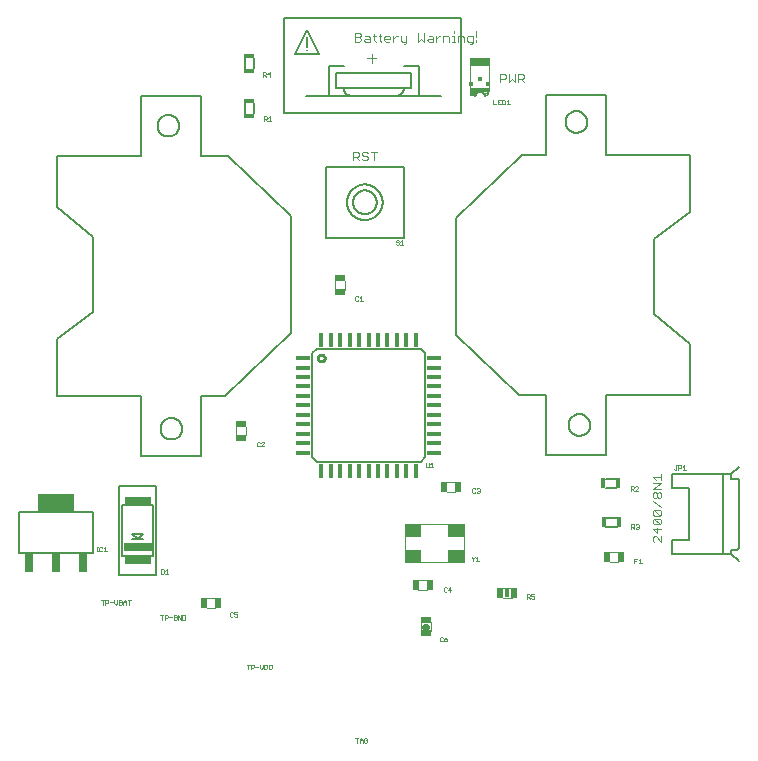
<source format=gto>
G75*
%MOIN*%
%OFA0B0*%
%FSLAX25Y25*%
%IPPOS*%
%LPD*%
%AMOC8*
5,1,8,0,0,1.08239X$1,22.5*
%
%ADD10C,0.00300*%
%ADD11C,0.00100*%
%ADD12C,0.00800*%
%ADD13C,0.01000*%
%ADD14R,0.04528X0.01574*%
%ADD15R,0.04528X0.01575*%
%ADD16R,0.04528X0.01575*%
%ADD17R,0.01574X0.04528*%
%ADD18R,0.01575X0.04528*%
%ADD19R,0.01575X0.04528*%
%ADD20C,0.00500*%
%ADD21C,0.00600*%
%ADD22R,0.03400X0.01600*%
%ADD23C,0.00400*%
%ADD24R,0.03740X0.01969*%
%ADD25R,0.01969X0.03740*%
%ADD26R,0.01600X0.03400*%
%ADD27C,0.00040*%
%ADD28R,0.01969X0.00492*%
%ADD29R,0.00886X0.01280*%
%ADD30R,0.00492X0.00886*%
%ADD31R,0.01673X0.00492*%
%ADD32R,0.01969X0.01378*%
%ADD33R,0.02362X0.00492*%
%ADD34R,0.06693X0.01181*%
%ADD35R,0.06693X0.02756*%
%ADD36R,0.01280X0.01673*%
%ADD37R,0.01378X0.01378*%
%ADD38C,0.00394*%
%ADD39R,0.05512X0.04331*%
%ADD40R,0.01800X0.03000*%
%ADD41C,0.02200*%
%ADD42R,0.12000X0.06000*%
%ADD43R,0.03000X0.06000*%
%ADD44R,0.08661X0.02559*%
%ADD45R,0.09646X0.02657*%
D10*
X0195560Y0246567D02*
X0195560Y0249469D01*
X0197012Y0249469D01*
X0197495Y0248985D01*
X0197495Y0248018D01*
X0197012Y0247534D01*
X0195560Y0247534D01*
X0196528Y0247534D02*
X0197495Y0246567D01*
X0198507Y0247050D02*
X0198991Y0246567D01*
X0199958Y0246567D01*
X0200442Y0247050D01*
X0200442Y0247534D01*
X0199958Y0248018D01*
X0198991Y0248018D01*
X0198507Y0248502D01*
X0198507Y0248985D01*
X0198991Y0249469D01*
X0199958Y0249469D01*
X0200442Y0248985D01*
X0201453Y0249469D02*
X0203388Y0249469D01*
X0202421Y0249469D02*
X0202421Y0246567D01*
X0203074Y0286141D02*
X0202590Y0286625D01*
X0202590Y0288559D01*
X0202106Y0288076D02*
X0203074Y0288076D01*
X0204070Y0288076D02*
X0205038Y0288076D01*
X0204554Y0288559D02*
X0204554Y0286625D01*
X0205038Y0286141D01*
X0206035Y0286625D02*
X0206518Y0286141D01*
X0207486Y0286141D01*
X0207970Y0287108D02*
X0206035Y0287108D01*
X0206035Y0286625D02*
X0206035Y0287592D01*
X0206518Y0288076D01*
X0207486Y0288076D01*
X0207970Y0287592D01*
X0207970Y0287108D01*
X0208981Y0287108D02*
X0209949Y0288076D01*
X0210432Y0288076D01*
X0211437Y0288076D02*
X0211437Y0286625D01*
X0211920Y0286141D01*
X0213372Y0286141D01*
X0213372Y0285657D02*
X0212888Y0285173D01*
X0212404Y0285173D01*
X0213372Y0285657D02*
X0213372Y0288076D01*
X0217330Y0289043D02*
X0217330Y0286141D01*
X0218297Y0287108D01*
X0219265Y0286141D01*
X0219265Y0289043D01*
X0220760Y0288076D02*
X0221727Y0288076D01*
X0222211Y0287592D01*
X0222211Y0286141D01*
X0220760Y0286141D01*
X0220276Y0286625D01*
X0220760Y0287108D01*
X0222211Y0287108D01*
X0223223Y0287108D02*
X0224190Y0288076D01*
X0224674Y0288076D01*
X0225678Y0288076D02*
X0227129Y0288076D01*
X0227613Y0287592D01*
X0227613Y0286141D01*
X0228625Y0286141D02*
X0229592Y0286141D01*
X0229108Y0286141D02*
X0229108Y0288076D01*
X0228625Y0288076D01*
X0229108Y0289043D02*
X0229108Y0289527D01*
X0230589Y0288076D02*
X0232040Y0288076D01*
X0232524Y0287592D01*
X0232524Y0286141D01*
X0233536Y0286625D02*
X0234019Y0286141D01*
X0235471Y0286141D01*
X0235471Y0285657D02*
X0235471Y0288076D01*
X0234019Y0288076D01*
X0233536Y0287592D01*
X0233536Y0286625D01*
X0234503Y0285173D02*
X0234987Y0285173D01*
X0235471Y0285657D01*
X0236482Y0286141D02*
X0236482Y0286625D01*
X0236482Y0287592D02*
X0236482Y0289527D01*
X0230589Y0288076D02*
X0230589Y0286141D01*
X0225678Y0286141D02*
X0225678Y0288076D01*
X0223223Y0288076D02*
X0223223Y0286141D01*
X0208981Y0286141D02*
X0208981Y0288076D01*
X0201094Y0287592D02*
X0201094Y0286141D01*
X0199643Y0286141D01*
X0199160Y0286625D01*
X0199643Y0287108D01*
X0201094Y0287108D01*
X0201094Y0287592D02*
X0200611Y0288076D01*
X0199643Y0288076D01*
X0198148Y0288076D02*
X0197664Y0287592D01*
X0196213Y0287592D01*
X0197664Y0287592D02*
X0198148Y0287108D01*
X0198148Y0286625D01*
X0197664Y0286141D01*
X0196213Y0286141D01*
X0196213Y0289043D01*
X0197664Y0289043D01*
X0198148Y0288559D01*
X0198148Y0288076D01*
X0244560Y0275469D02*
X0244560Y0272567D01*
X0244560Y0273534D02*
X0246012Y0273534D01*
X0246495Y0274018D01*
X0246495Y0274985D01*
X0246012Y0275469D01*
X0244560Y0275469D01*
X0247507Y0275469D02*
X0247507Y0272567D01*
X0248474Y0273534D01*
X0249442Y0272567D01*
X0249442Y0275469D01*
X0250453Y0275469D02*
X0251905Y0275469D01*
X0252388Y0274985D01*
X0252388Y0274018D01*
X0251905Y0273534D01*
X0250453Y0273534D01*
X0250453Y0272567D02*
X0250453Y0275469D01*
X0251421Y0273534D02*
X0252388Y0272567D01*
X0298350Y0141827D02*
X0298350Y0139892D01*
X0298350Y0140860D02*
X0295448Y0140860D01*
X0296415Y0139892D01*
X0295448Y0138881D02*
X0298350Y0138881D01*
X0295448Y0136946D01*
X0298350Y0136946D01*
X0297866Y0135934D02*
X0298350Y0135451D01*
X0298350Y0134483D01*
X0297866Y0133999D01*
X0297383Y0133999D01*
X0296899Y0134483D01*
X0296899Y0135451D01*
X0297383Y0135934D01*
X0297866Y0135934D01*
X0296899Y0135451D02*
X0296415Y0135934D01*
X0295931Y0135934D01*
X0295448Y0135451D01*
X0295448Y0134483D01*
X0295931Y0133999D01*
X0296415Y0133999D01*
X0296899Y0134483D01*
X0295448Y0132988D02*
X0298350Y0131053D01*
X0297866Y0130041D02*
X0298350Y0129558D01*
X0298350Y0128590D01*
X0297866Y0128106D01*
X0295931Y0130041D01*
X0297866Y0130041D01*
X0297866Y0128106D02*
X0295931Y0128106D01*
X0295448Y0128590D01*
X0295448Y0129558D01*
X0295931Y0130041D01*
X0295931Y0127095D02*
X0297866Y0125160D01*
X0298350Y0125644D01*
X0298350Y0126611D01*
X0297866Y0127095D01*
X0295931Y0127095D01*
X0295448Y0126611D01*
X0295448Y0125644D01*
X0295931Y0125160D01*
X0297866Y0125160D01*
X0296899Y0124148D02*
X0296899Y0122213D01*
X0295448Y0123665D01*
X0298350Y0123665D01*
X0298350Y0121202D02*
X0298350Y0119267D01*
X0296415Y0121202D01*
X0295931Y0121202D01*
X0295448Y0120718D01*
X0295448Y0119750D01*
X0295931Y0119267D01*
D11*
X0112050Y0099918D02*
X0112050Y0098417D01*
X0113023Y0098417D02*
X0113023Y0099918D01*
X0113774Y0099918D01*
X0114024Y0099668D01*
X0114024Y0099167D01*
X0113774Y0098917D01*
X0113023Y0098917D01*
X0112551Y0099918D02*
X0111550Y0099918D01*
X0114497Y0099167D02*
X0115497Y0099167D01*
X0115970Y0098917D02*
X0116470Y0098417D01*
X0116971Y0098917D01*
X0116971Y0099918D01*
X0117443Y0099918D02*
X0118194Y0099918D01*
X0118444Y0099668D01*
X0118444Y0099418D01*
X0118194Y0099167D01*
X0117443Y0099167D01*
X0117443Y0098417D02*
X0118194Y0098417D01*
X0118444Y0098667D01*
X0118444Y0098917D01*
X0118194Y0099167D01*
X0118916Y0099167D02*
X0119917Y0099167D01*
X0119917Y0099418D02*
X0119917Y0098417D01*
X0120890Y0098417D02*
X0120890Y0099918D01*
X0120390Y0099918D02*
X0121390Y0099918D01*
X0119917Y0099418D02*
X0119417Y0099918D01*
X0118916Y0099418D01*
X0118916Y0098417D01*
X0117443Y0098417D02*
X0117443Y0099918D01*
X0115970Y0099918D02*
X0115970Y0098917D01*
X0131300Y0094918D02*
X0132301Y0094918D01*
X0132773Y0094918D02*
X0133524Y0094918D01*
X0133774Y0094668D01*
X0133774Y0094167D01*
X0133524Y0093917D01*
X0132773Y0093917D01*
X0132773Y0093417D02*
X0132773Y0094918D01*
X0131800Y0094918D02*
X0131800Y0093417D01*
X0134247Y0094167D02*
X0135247Y0094167D01*
X0135720Y0093667D02*
X0135970Y0093417D01*
X0136470Y0093417D01*
X0136721Y0093667D01*
X0136721Y0094167D01*
X0136220Y0094167D01*
X0135720Y0094668D02*
X0135720Y0093667D01*
X0135720Y0094668D02*
X0135970Y0094918D01*
X0136470Y0094918D01*
X0136721Y0094668D01*
X0137193Y0094918D02*
X0138194Y0093417D01*
X0138194Y0094918D01*
X0138666Y0094918D02*
X0139417Y0094918D01*
X0139667Y0094668D01*
X0139667Y0093667D01*
X0139417Y0093417D01*
X0138666Y0093417D01*
X0138666Y0094918D01*
X0137193Y0094918D02*
X0137193Y0093417D01*
X0134024Y0108667D02*
X0133023Y0108667D01*
X0133524Y0108667D02*
X0133524Y0110168D01*
X0133023Y0109668D01*
X0132551Y0109918D02*
X0132301Y0110168D01*
X0131550Y0110168D01*
X0131550Y0108667D01*
X0132301Y0108667D01*
X0132551Y0108917D01*
X0132551Y0109918D01*
X0113506Y0116167D02*
X0112505Y0116167D01*
X0113006Y0116167D02*
X0113006Y0117668D01*
X0112505Y0117168D01*
X0112033Y0117418D02*
X0111783Y0117668D01*
X0111282Y0117668D01*
X0111032Y0117418D01*
X0111032Y0116417D01*
X0111282Y0116167D01*
X0111783Y0116167D01*
X0112033Y0116417D01*
X0110550Y0116167D02*
X0110050Y0116167D01*
X0110300Y0116167D02*
X0110300Y0117668D01*
X0110050Y0117668D02*
X0110550Y0117668D01*
X0154550Y0095668D02*
X0154550Y0094667D01*
X0154800Y0094417D01*
X0155301Y0094417D01*
X0155551Y0094667D01*
X0156023Y0094667D02*
X0156273Y0094417D01*
X0156774Y0094417D01*
X0157024Y0094667D01*
X0157024Y0095167D01*
X0156774Y0095418D01*
X0156524Y0095418D01*
X0156023Y0095167D01*
X0156023Y0095918D01*
X0157024Y0095918D01*
X0155551Y0095668D02*
X0155301Y0095918D01*
X0154800Y0095918D01*
X0154550Y0095668D01*
X0160050Y0078418D02*
X0161051Y0078418D01*
X0161523Y0078418D02*
X0162274Y0078418D01*
X0162524Y0078168D01*
X0162524Y0077667D01*
X0162274Y0077417D01*
X0161523Y0077417D01*
X0161523Y0076917D02*
X0161523Y0078418D01*
X0160550Y0078418D02*
X0160550Y0076917D01*
X0162997Y0077667D02*
X0163997Y0077667D01*
X0164470Y0077417D02*
X0164970Y0076917D01*
X0165471Y0077417D01*
X0165471Y0078418D01*
X0165943Y0078418D02*
X0166694Y0078418D01*
X0166944Y0078168D01*
X0166944Y0077167D01*
X0166694Y0076917D01*
X0165943Y0076917D01*
X0165943Y0078418D01*
X0164470Y0078418D02*
X0164470Y0077417D01*
X0167416Y0076917D02*
X0168167Y0076917D01*
X0168417Y0077167D01*
X0168417Y0078168D01*
X0168167Y0078418D01*
X0167416Y0078418D01*
X0167416Y0076917D01*
X0196300Y0053918D02*
X0197301Y0053918D01*
X0196800Y0053918D02*
X0196800Y0052417D01*
X0197773Y0052417D02*
X0197773Y0053418D01*
X0198274Y0053918D01*
X0198774Y0053418D01*
X0198774Y0052417D01*
X0199247Y0052667D02*
X0199497Y0052417D01*
X0199997Y0052417D01*
X0200247Y0052667D01*
X0200247Y0053167D01*
X0199747Y0053167D01*
X0199247Y0053668D02*
X0199247Y0052667D01*
X0198774Y0053167D02*
X0197773Y0053167D01*
X0199247Y0053668D02*
X0199497Y0053918D01*
X0199997Y0053918D01*
X0200247Y0053668D01*
X0224800Y0086167D02*
X0225301Y0086167D01*
X0225551Y0086417D01*
X0226023Y0086417D02*
X0226273Y0086167D01*
X0226774Y0086167D01*
X0227024Y0086417D01*
X0227024Y0086667D01*
X0226774Y0086917D01*
X0226023Y0086917D01*
X0226023Y0086417D01*
X0226023Y0086917D02*
X0226524Y0087418D01*
X0227024Y0087668D01*
X0225551Y0087418D02*
X0225301Y0087668D01*
X0224800Y0087668D01*
X0224550Y0087418D01*
X0224550Y0086417D01*
X0224800Y0086167D01*
X0226050Y0102667D02*
X0226551Y0102667D01*
X0226801Y0102917D01*
X0227273Y0103417D02*
X0228274Y0103417D01*
X0228024Y0102667D02*
X0228024Y0104168D01*
X0227273Y0103417D01*
X0226801Y0103918D02*
X0226551Y0104168D01*
X0226050Y0104168D01*
X0225800Y0103918D01*
X0225800Y0102917D01*
X0226050Y0102667D01*
X0235550Y0112917D02*
X0235550Y0113667D01*
X0236051Y0114168D01*
X0236051Y0114418D01*
X0236523Y0113918D02*
X0237024Y0114418D01*
X0237024Y0112917D01*
X0237524Y0112917D02*
X0236523Y0112917D01*
X0235550Y0113667D02*
X0235050Y0114168D01*
X0235050Y0114418D01*
X0253550Y0101918D02*
X0254301Y0101918D01*
X0254551Y0101668D01*
X0254551Y0101167D01*
X0254301Y0100917D01*
X0253550Y0100917D01*
X0253550Y0100417D02*
X0253550Y0101918D01*
X0254050Y0100917D02*
X0254551Y0100417D01*
X0255023Y0100667D02*
X0255273Y0100417D01*
X0255774Y0100417D01*
X0256024Y0100667D01*
X0256024Y0101167D01*
X0255774Y0101418D01*
X0255524Y0101418D01*
X0255023Y0101167D01*
X0255023Y0101918D01*
X0256024Y0101918D01*
X0289300Y0112167D02*
X0289300Y0113668D01*
X0290301Y0113668D01*
X0290773Y0113168D02*
X0291274Y0113668D01*
X0291274Y0112167D01*
X0291774Y0112167D02*
X0290773Y0112167D01*
X0289800Y0112917D02*
X0289300Y0112917D01*
X0289301Y0123667D02*
X0288800Y0124167D01*
X0289051Y0124167D02*
X0288300Y0124167D01*
X0288300Y0123667D02*
X0288300Y0125168D01*
X0289051Y0125168D01*
X0289301Y0124918D01*
X0289301Y0124417D01*
X0289051Y0124167D01*
X0289773Y0123917D02*
X0290023Y0123667D01*
X0290524Y0123667D01*
X0290774Y0123917D01*
X0290774Y0124167D01*
X0290524Y0124417D01*
X0290274Y0124417D01*
X0290524Y0124417D02*
X0290774Y0124668D01*
X0290774Y0124918D01*
X0290524Y0125168D01*
X0290023Y0125168D01*
X0289773Y0124918D01*
X0289523Y0136417D02*
X0290524Y0137418D01*
X0290524Y0137668D01*
X0290274Y0137918D01*
X0289773Y0137918D01*
X0289523Y0137668D01*
X0289051Y0137668D02*
X0289051Y0137167D01*
X0288801Y0136917D01*
X0288050Y0136917D01*
X0288050Y0136417D02*
X0288050Y0137918D01*
X0288801Y0137918D01*
X0289051Y0137668D01*
X0288550Y0136917D02*
X0289051Y0136417D01*
X0289523Y0136417D02*
X0290524Y0136417D01*
X0302550Y0143667D02*
X0302800Y0143417D01*
X0303050Y0143417D01*
X0303301Y0143667D01*
X0303301Y0144918D01*
X0303551Y0144918D02*
X0303050Y0144918D01*
X0304023Y0144918D02*
X0304774Y0144918D01*
X0305024Y0144668D01*
X0305024Y0144167D01*
X0304774Y0143917D01*
X0304023Y0143917D01*
X0304023Y0143417D02*
X0304023Y0144918D01*
X0305497Y0144418D02*
X0305997Y0144918D01*
X0305997Y0143417D01*
X0305497Y0143417D02*
X0306497Y0143417D01*
X0237774Y0136918D02*
X0237774Y0136668D01*
X0237524Y0136417D01*
X0237774Y0136167D01*
X0237774Y0135917D01*
X0237524Y0135667D01*
X0237023Y0135667D01*
X0236773Y0135917D01*
X0236301Y0135917D02*
X0236051Y0135667D01*
X0235550Y0135667D01*
X0235300Y0135917D01*
X0235300Y0136918D01*
X0235550Y0137168D01*
X0236051Y0137168D01*
X0236301Y0136918D01*
X0236773Y0136918D02*
X0237023Y0137168D01*
X0237524Y0137168D01*
X0237774Y0136918D01*
X0237524Y0136417D02*
X0237274Y0136417D01*
X0222274Y0144167D02*
X0221273Y0144167D01*
X0221774Y0144167D02*
X0221774Y0145668D01*
X0221273Y0145168D01*
X0220801Y0145668D02*
X0220801Y0144417D01*
X0220551Y0144167D01*
X0220050Y0144167D01*
X0219800Y0144417D01*
X0219800Y0145668D01*
X0166024Y0151167D02*
X0165023Y0151167D01*
X0166024Y0152168D01*
X0166024Y0152418D01*
X0165774Y0152668D01*
X0165273Y0152668D01*
X0165023Y0152418D01*
X0164551Y0152418D02*
X0164301Y0152668D01*
X0163800Y0152668D01*
X0163550Y0152418D01*
X0163550Y0151417D01*
X0163800Y0151167D01*
X0164301Y0151167D01*
X0164551Y0151417D01*
X0196550Y0199667D02*
X0197051Y0199667D01*
X0197301Y0199917D01*
X0197773Y0199667D02*
X0198774Y0199667D01*
X0198274Y0199667D02*
X0198274Y0201168D01*
X0197773Y0200668D01*
X0197301Y0200918D02*
X0197051Y0201168D01*
X0196550Y0201168D01*
X0196300Y0200918D01*
X0196300Y0199917D01*
X0196550Y0199667D01*
X0210050Y0218417D02*
X0209800Y0218667D01*
X0210050Y0218417D02*
X0210551Y0218417D01*
X0210801Y0218667D01*
X0210801Y0218917D01*
X0210551Y0219167D01*
X0210050Y0219167D01*
X0209800Y0219418D01*
X0209800Y0219668D01*
X0210050Y0219918D01*
X0210551Y0219918D01*
X0210801Y0219668D01*
X0211273Y0219418D02*
X0211774Y0219918D01*
X0211774Y0218417D01*
X0212274Y0218417D02*
X0211273Y0218417D01*
X0168274Y0259667D02*
X0167273Y0259667D01*
X0166801Y0259667D02*
X0166300Y0260167D01*
X0166551Y0260167D02*
X0165800Y0260167D01*
X0165800Y0259667D02*
X0165800Y0261168D01*
X0166551Y0261168D01*
X0166801Y0260918D01*
X0166801Y0260417D01*
X0166551Y0260167D01*
X0167273Y0260668D02*
X0167774Y0261168D01*
X0167774Y0259667D01*
X0167774Y0274417D02*
X0167774Y0275918D01*
X0167023Y0275167D01*
X0168024Y0275167D01*
X0166551Y0275167D02*
X0166301Y0274917D01*
X0165550Y0274917D01*
X0165550Y0274417D02*
X0165550Y0275918D01*
X0166301Y0275918D01*
X0166551Y0275668D01*
X0166551Y0275167D01*
X0166050Y0274917D02*
X0166551Y0274417D01*
X0242300Y0266668D02*
X0242300Y0265167D01*
X0243301Y0265167D01*
X0243773Y0265167D02*
X0244774Y0265167D01*
X0245247Y0265167D02*
X0245997Y0265167D01*
X0246247Y0265417D01*
X0246247Y0266418D01*
X0245997Y0266668D01*
X0245247Y0266668D01*
X0245247Y0265167D01*
X0244274Y0265917D02*
X0243773Y0265917D01*
X0243773Y0265167D02*
X0243773Y0266668D01*
X0244774Y0266668D01*
X0246720Y0266168D02*
X0247220Y0266668D01*
X0247220Y0265167D01*
X0246720Y0265167D02*
X0247721Y0265167D01*
D12*
X0218073Y0183764D02*
X0183427Y0183764D01*
X0181852Y0182190D01*
X0181852Y0147544D01*
X0183427Y0145969D01*
X0218073Y0145969D01*
X0219648Y0147544D01*
X0219648Y0182190D01*
X0218073Y0183764D01*
X0302030Y0142003D02*
X0302030Y0137278D01*
X0307541Y0137278D01*
X0307541Y0119955D01*
X0302030Y0119955D01*
X0302030Y0115231D01*
X0308329Y0115231D01*
X0318959Y0115231D02*
X0318959Y0142003D01*
X0321715Y0142003D02*
X0324077Y0144365D01*
X0308329Y0142003D02*
X0302030Y0142003D01*
X0321715Y0115231D02*
X0324077Y0112869D01*
X0128868Y0114652D02*
X0118632Y0114652D01*
X0118632Y0131581D01*
X0128868Y0131581D01*
X0128868Y0114652D01*
D13*
X0183889Y0180615D02*
X0183891Y0180682D01*
X0183897Y0180748D01*
X0183907Y0180814D01*
X0183921Y0180879D01*
X0183938Y0180943D01*
X0183960Y0181006D01*
X0183985Y0181068D01*
X0184014Y0181128D01*
X0184047Y0181186D01*
X0184082Y0181242D01*
X0184122Y0181296D01*
X0184164Y0181347D01*
X0184209Y0181396D01*
X0184257Y0181442D01*
X0184308Y0181485D01*
X0184361Y0181525D01*
X0184417Y0181562D01*
X0184475Y0181595D01*
X0184534Y0181625D01*
X0184595Y0181651D01*
X0184658Y0181674D01*
X0184722Y0181692D01*
X0184787Y0181707D01*
X0184853Y0181718D01*
X0184919Y0181725D01*
X0184985Y0181728D01*
X0185052Y0181727D01*
X0185118Y0181722D01*
X0185184Y0181713D01*
X0185250Y0181700D01*
X0185314Y0181683D01*
X0185377Y0181663D01*
X0185439Y0181638D01*
X0185500Y0181610D01*
X0185559Y0181579D01*
X0185615Y0181544D01*
X0185670Y0181506D01*
X0185722Y0181464D01*
X0185771Y0181419D01*
X0185818Y0181372D01*
X0185862Y0181322D01*
X0185902Y0181269D01*
X0185940Y0181214D01*
X0185974Y0181157D01*
X0186005Y0181098D01*
X0186032Y0181037D01*
X0186055Y0180975D01*
X0186075Y0180911D01*
X0186091Y0180846D01*
X0186103Y0180781D01*
X0186111Y0180715D01*
X0186115Y0180648D01*
X0186115Y0180582D01*
X0186111Y0180515D01*
X0186103Y0180449D01*
X0186091Y0180384D01*
X0186075Y0180319D01*
X0186055Y0180255D01*
X0186032Y0180193D01*
X0186005Y0180132D01*
X0185974Y0180073D01*
X0185940Y0180016D01*
X0185902Y0179961D01*
X0185862Y0179908D01*
X0185818Y0179858D01*
X0185771Y0179811D01*
X0185722Y0179766D01*
X0185670Y0179724D01*
X0185615Y0179686D01*
X0185558Y0179651D01*
X0185500Y0179620D01*
X0185439Y0179592D01*
X0185377Y0179567D01*
X0185314Y0179547D01*
X0185250Y0179530D01*
X0185184Y0179517D01*
X0185118Y0179508D01*
X0185052Y0179503D01*
X0184985Y0179502D01*
X0184919Y0179505D01*
X0184853Y0179512D01*
X0184787Y0179523D01*
X0184722Y0179538D01*
X0184658Y0179556D01*
X0184595Y0179579D01*
X0184534Y0179605D01*
X0184475Y0179635D01*
X0184417Y0179668D01*
X0184361Y0179705D01*
X0184308Y0179745D01*
X0184257Y0179788D01*
X0184209Y0179834D01*
X0184164Y0179883D01*
X0184122Y0179934D01*
X0184082Y0179988D01*
X0184047Y0180044D01*
X0184014Y0180102D01*
X0183985Y0180162D01*
X0183960Y0180224D01*
X0183938Y0180287D01*
X0183921Y0180351D01*
X0183907Y0180416D01*
X0183897Y0180482D01*
X0183891Y0180548D01*
X0183889Y0180615D01*
D14*
X0178998Y0180615D03*
X0178998Y0164867D03*
X0178998Y0149119D03*
X0222502Y0149119D03*
X0222502Y0164867D03*
X0222502Y0180615D03*
D15*
X0222502Y0177465D03*
X0222502Y0174315D03*
X0222502Y0155418D03*
X0222502Y0152268D03*
X0178998Y0152268D03*
X0178998Y0155418D03*
X0178998Y0174315D03*
X0178998Y0177465D03*
D16*
X0178998Y0171166D03*
X0178998Y0168016D03*
X0178998Y0161717D03*
X0178998Y0158567D03*
X0222502Y0158567D03*
X0222502Y0161717D03*
X0222502Y0168016D03*
X0222502Y0171166D03*
D17*
X0216498Y0186619D03*
X0200750Y0186619D03*
X0185002Y0186619D03*
X0185002Y0143115D03*
X0200750Y0143115D03*
X0216498Y0143115D03*
D18*
X0213348Y0143115D03*
X0210198Y0143115D03*
X0191302Y0143115D03*
X0188152Y0143115D03*
X0188152Y0186619D03*
X0191302Y0186619D03*
X0210198Y0186619D03*
X0213348Y0186619D03*
D19*
X0207049Y0186619D03*
X0203899Y0186619D03*
X0197601Y0186619D03*
X0194451Y0186619D03*
X0194451Y0143115D03*
X0197601Y0143115D03*
X0203899Y0143115D03*
X0207049Y0143115D03*
D20*
X0251000Y0168367D02*
X0260000Y0168367D01*
X0260000Y0148367D01*
X0280000Y0148367D01*
X0280000Y0168367D01*
X0308000Y0168367D01*
X0308000Y0185367D01*
X0296000Y0195367D01*
X0296000Y0220367D01*
X0308000Y0229367D01*
X0308000Y0248367D01*
X0280000Y0248367D01*
X0280000Y0268367D01*
X0260000Y0268367D01*
X0260000Y0248367D01*
X0252000Y0248367D01*
X0230000Y0227367D01*
X0230000Y0188367D01*
X0251000Y0168367D01*
X0267394Y0158367D02*
X0267396Y0158487D01*
X0267402Y0158607D01*
X0267412Y0158726D01*
X0267426Y0158845D01*
X0267444Y0158964D01*
X0267465Y0159082D01*
X0267491Y0159199D01*
X0267521Y0159315D01*
X0267554Y0159430D01*
X0267591Y0159544D01*
X0267632Y0159656D01*
X0267677Y0159768D01*
X0267726Y0159877D01*
X0267778Y0159985D01*
X0267833Y0160092D01*
X0267892Y0160196D01*
X0267955Y0160298D01*
X0268021Y0160398D01*
X0268090Y0160496D01*
X0268162Y0160592D01*
X0268238Y0160685D01*
X0268316Y0160775D01*
X0268398Y0160863D01*
X0268482Y0160948D01*
X0268569Y0161031D01*
X0268659Y0161110D01*
X0268752Y0161186D01*
X0268847Y0161259D01*
X0268944Y0161329D01*
X0269044Y0161396D01*
X0269145Y0161459D01*
X0269249Y0161519D01*
X0269355Y0161576D01*
X0269462Y0161629D01*
X0269572Y0161678D01*
X0269683Y0161724D01*
X0269795Y0161766D01*
X0269909Y0161804D01*
X0270023Y0161838D01*
X0270139Y0161869D01*
X0270256Y0161895D01*
X0270374Y0161918D01*
X0270492Y0161937D01*
X0270611Y0161952D01*
X0270731Y0161963D01*
X0270850Y0161970D01*
X0270970Y0161973D01*
X0271090Y0161972D01*
X0271210Y0161967D01*
X0271329Y0161958D01*
X0271448Y0161945D01*
X0271567Y0161928D01*
X0271685Y0161907D01*
X0271802Y0161883D01*
X0271919Y0161854D01*
X0272034Y0161822D01*
X0272148Y0161785D01*
X0272261Y0161745D01*
X0272373Y0161701D01*
X0272483Y0161654D01*
X0272592Y0161603D01*
X0272698Y0161548D01*
X0272803Y0161490D01*
X0272906Y0161428D01*
X0273007Y0161363D01*
X0273105Y0161295D01*
X0273201Y0161223D01*
X0273295Y0161149D01*
X0273386Y0161071D01*
X0273475Y0160990D01*
X0273560Y0160906D01*
X0273643Y0160820D01*
X0273723Y0160730D01*
X0273801Y0160639D01*
X0273874Y0160544D01*
X0273945Y0160448D01*
X0274013Y0160349D01*
X0274077Y0160247D01*
X0274138Y0160144D01*
X0274195Y0160039D01*
X0274249Y0159932D01*
X0274299Y0159823D01*
X0274346Y0159712D01*
X0274389Y0159600D01*
X0274428Y0159487D01*
X0274463Y0159372D01*
X0274494Y0159257D01*
X0274522Y0159140D01*
X0274546Y0159023D01*
X0274566Y0158904D01*
X0274582Y0158786D01*
X0274594Y0158666D01*
X0274602Y0158547D01*
X0274606Y0158427D01*
X0274606Y0158307D01*
X0274602Y0158187D01*
X0274594Y0158068D01*
X0274582Y0157948D01*
X0274566Y0157830D01*
X0274546Y0157711D01*
X0274522Y0157594D01*
X0274494Y0157477D01*
X0274463Y0157362D01*
X0274428Y0157247D01*
X0274389Y0157134D01*
X0274346Y0157022D01*
X0274299Y0156911D01*
X0274249Y0156802D01*
X0274195Y0156695D01*
X0274138Y0156590D01*
X0274077Y0156487D01*
X0274013Y0156385D01*
X0273945Y0156286D01*
X0273874Y0156190D01*
X0273801Y0156095D01*
X0273723Y0156004D01*
X0273643Y0155914D01*
X0273560Y0155828D01*
X0273475Y0155744D01*
X0273386Y0155663D01*
X0273295Y0155585D01*
X0273201Y0155511D01*
X0273105Y0155439D01*
X0273007Y0155371D01*
X0272906Y0155306D01*
X0272803Y0155244D01*
X0272698Y0155186D01*
X0272592Y0155131D01*
X0272483Y0155080D01*
X0272373Y0155033D01*
X0272261Y0154989D01*
X0272148Y0154949D01*
X0272034Y0154912D01*
X0271919Y0154880D01*
X0271802Y0154851D01*
X0271685Y0154827D01*
X0271567Y0154806D01*
X0271448Y0154789D01*
X0271329Y0154776D01*
X0271210Y0154767D01*
X0271090Y0154762D01*
X0270970Y0154761D01*
X0270850Y0154764D01*
X0270731Y0154771D01*
X0270611Y0154782D01*
X0270492Y0154797D01*
X0270374Y0154816D01*
X0270256Y0154839D01*
X0270139Y0154865D01*
X0270023Y0154896D01*
X0269909Y0154930D01*
X0269795Y0154968D01*
X0269683Y0155010D01*
X0269572Y0155056D01*
X0269462Y0155105D01*
X0269355Y0155158D01*
X0269249Y0155215D01*
X0269145Y0155275D01*
X0269044Y0155338D01*
X0268944Y0155405D01*
X0268847Y0155475D01*
X0268752Y0155548D01*
X0268659Y0155624D01*
X0268569Y0155703D01*
X0268482Y0155786D01*
X0268398Y0155871D01*
X0268316Y0155959D01*
X0268238Y0156049D01*
X0268162Y0156142D01*
X0268090Y0156238D01*
X0268021Y0156336D01*
X0267955Y0156436D01*
X0267892Y0156538D01*
X0267833Y0156642D01*
X0267778Y0156749D01*
X0267726Y0156857D01*
X0267677Y0156966D01*
X0267632Y0157078D01*
X0267591Y0157190D01*
X0267554Y0157304D01*
X0267521Y0157419D01*
X0267491Y0157535D01*
X0267465Y0157652D01*
X0267444Y0157770D01*
X0267426Y0157889D01*
X0267412Y0158008D01*
X0267402Y0158127D01*
X0267396Y0158247D01*
X0267394Y0158367D01*
X0302030Y0142003D02*
X0302030Y0137278D01*
X0307541Y0137278D01*
X0307541Y0119955D01*
X0302030Y0119955D01*
X0302030Y0115231D01*
X0318959Y0115231D01*
X0318959Y0142003D01*
X0321715Y0142003D01*
X0321715Y0140428D01*
X0323486Y0140428D01*
X0323487Y0140428D02*
X0323546Y0140417D01*
X0323604Y0140402D01*
X0323661Y0140383D01*
X0323717Y0140361D01*
X0323771Y0140335D01*
X0323823Y0140305D01*
X0323874Y0140272D01*
X0323922Y0140237D01*
X0323968Y0140198D01*
X0324011Y0140156D01*
X0324052Y0140112D01*
X0324089Y0140065D01*
X0324124Y0140015D01*
X0324155Y0139964D01*
X0324183Y0139911D01*
X0324207Y0139856D01*
X0324228Y0139799D01*
X0324245Y0139742D01*
X0324259Y0139683D01*
X0324268Y0139624D01*
X0324274Y0139564D01*
X0324276Y0139504D01*
X0324274Y0139444D01*
X0324274Y0117593D01*
X0324273Y0117593D02*
X0324262Y0117534D01*
X0324247Y0117476D01*
X0324228Y0117419D01*
X0324206Y0117363D01*
X0324180Y0117309D01*
X0324150Y0117257D01*
X0324117Y0117206D01*
X0324082Y0117158D01*
X0324043Y0117112D01*
X0324001Y0117069D01*
X0323957Y0117028D01*
X0323910Y0116991D01*
X0323860Y0116956D01*
X0323809Y0116925D01*
X0323756Y0116897D01*
X0323701Y0116873D01*
X0323644Y0116852D01*
X0323587Y0116835D01*
X0323528Y0116821D01*
X0323469Y0116812D01*
X0323409Y0116806D01*
X0323349Y0116804D01*
X0323289Y0116806D01*
X0321715Y0116806D01*
X0321715Y0115231D01*
X0318959Y0115231D01*
X0318959Y0142003D02*
X0302030Y0142003D01*
X0212492Y0220806D02*
X0212492Y0244428D01*
X0186508Y0244428D01*
X0186508Y0220806D01*
X0212492Y0220806D01*
X0195563Y0232617D02*
X0195565Y0232742D01*
X0195571Y0232867D01*
X0195581Y0232991D01*
X0195595Y0233115D01*
X0195612Y0233239D01*
X0195634Y0233362D01*
X0195660Y0233484D01*
X0195689Y0233606D01*
X0195722Y0233726D01*
X0195760Y0233845D01*
X0195800Y0233964D01*
X0195845Y0234080D01*
X0195893Y0234195D01*
X0195945Y0234309D01*
X0196001Y0234421D01*
X0196060Y0234531D01*
X0196122Y0234639D01*
X0196188Y0234746D01*
X0196257Y0234850D01*
X0196330Y0234951D01*
X0196405Y0235051D01*
X0196484Y0235148D01*
X0196566Y0235242D01*
X0196651Y0235334D01*
X0196738Y0235423D01*
X0196829Y0235509D01*
X0196922Y0235592D01*
X0197018Y0235673D01*
X0197116Y0235750D01*
X0197216Y0235824D01*
X0197319Y0235895D01*
X0197424Y0235962D01*
X0197532Y0236027D01*
X0197641Y0236087D01*
X0197752Y0236145D01*
X0197865Y0236198D01*
X0197979Y0236248D01*
X0198095Y0236295D01*
X0198212Y0236337D01*
X0198331Y0236376D01*
X0198451Y0236412D01*
X0198572Y0236443D01*
X0198694Y0236471D01*
X0198816Y0236494D01*
X0198940Y0236514D01*
X0199064Y0236530D01*
X0199188Y0236542D01*
X0199313Y0236550D01*
X0199438Y0236554D01*
X0199562Y0236554D01*
X0199687Y0236550D01*
X0199812Y0236542D01*
X0199936Y0236530D01*
X0200060Y0236514D01*
X0200184Y0236494D01*
X0200306Y0236471D01*
X0200428Y0236443D01*
X0200549Y0236412D01*
X0200669Y0236376D01*
X0200788Y0236337D01*
X0200905Y0236295D01*
X0201021Y0236248D01*
X0201135Y0236198D01*
X0201248Y0236145D01*
X0201359Y0236087D01*
X0201469Y0236027D01*
X0201576Y0235962D01*
X0201681Y0235895D01*
X0201784Y0235824D01*
X0201884Y0235750D01*
X0201982Y0235673D01*
X0202078Y0235592D01*
X0202171Y0235509D01*
X0202262Y0235423D01*
X0202349Y0235334D01*
X0202434Y0235242D01*
X0202516Y0235148D01*
X0202595Y0235051D01*
X0202670Y0234951D01*
X0202743Y0234850D01*
X0202812Y0234746D01*
X0202878Y0234639D01*
X0202940Y0234531D01*
X0202999Y0234421D01*
X0203055Y0234309D01*
X0203107Y0234195D01*
X0203155Y0234080D01*
X0203200Y0233964D01*
X0203240Y0233845D01*
X0203278Y0233726D01*
X0203311Y0233606D01*
X0203340Y0233484D01*
X0203366Y0233362D01*
X0203388Y0233239D01*
X0203405Y0233115D01*
X0203419Y0232991D01*
X0203429Y0232867D01*
X0203435Y0232742D01*
X0203437Y0232617D01*
X0203435Y0232492D01*
X0203429Y0232367D01*
X0203419Y0232243D01*
X0203405Y0232119D01*
X0203388Y0231995D01*
X0203366Y0231872D01*
X0203340Y0231750D01*
X0203311Y0231628D01*
X0203278Y0231508D01*
X0203240Y0231389D01*
X0203200Y0231270D01*
X0203155Y0231154D01*
X0203107Y0231039D01*
X0203055Y0230925D01*
X0202999Y0230813D01*
X0202940Y0230703D01*
X0202878Y0230595D01*
X0202812Y0230488D01*
X0202743Y0230384D01*
X0202670Y0230283D01*
X0202595Y0230183D01*
X0202516Y0230086D01*
X0202434Y0229992D01*
X0202349Y0229900D01*
X0202262Y0229811D01*
X0202171Y0229725D01*
X0202078Y0229642D01*
X0201982Y0229561D01*
X0201884Y0229484D01*
X0201784Y0229410D01*
X0201681Y0229339D01*
X0201576Y0229272D01*
X0201468Y0229207D01*
X0201359Y0229147D01*
X0201248Y0229089D01*
X0201135Y0229036D01*
X0201021Y0228986D01*
X0200905Y0228939D01*
X0200788Y0228897D01*
X0200669Y0228858D01*
X0200549Y0228822D01*
X0200428Y0228791D01*
X0200306Y0228763D01*
X0200184Y0228740D01*
X0200060Y0228720D01*
X0199936Y0228704D01*
X0199812Y0228692D01*
X0199687Y0228684D01*
X0199562Y0228680D01*
X0199438Y0228680D01*
X0199313Y0228684D01*
X0199188Y0228692D01*
X0199064Y0228704D01*
X0198940Y0228720D01*
X0198816Y0228740D01*
X0198694Y0228763D01*
X0198572Y0228791D01*
X0198451Y0228822D01*
X0198331Y0228858D01*
X0198212Y0228897D01*
X0198095Y0228939D01*
X0197979Y0228986D01*
X0197865Y0229036D01*
X0197752Y0229089D01*
X0197641Y0229147D01*
X0197531Y0229207D01*
X0197424Y0229272D01*
X0197319Y0229339D01*
X0197216Y0229410D01*
X0197116Y0229484D01*
X0197018Y0229561D01*
X0196922Y0229642D01*
X0196829Y0229725D01*
X0196738Y0229811D01*
X0196651Y0229900D01*
X0196566Y0229992D01*
X0196484Y0230086D01*
X0196405Y0230183D01*
X0196330Y0230283D01*
X0196257Y0230384D01*
X0196188Y0230488D01*
X0196122Y0230595D01*
X0196060Y0230703D01*
X0196001Y0230813D01*
X0195945Y0230925D01*
X0195893Y0231039D01*
X0195845Y0231154D01*
X0195800Y0231270D01*
X0195760Y0231389D01*
X0195722Y0231508D01*
X0195689Y0231628D01*
X0195660Y0231750D01*
X0195634Y0231872D01*
X0195612Y0231995D01*
X0195595Y0232119D01*
X0195581Y0232243D01*
X0195571Y0232367D01*
X0195565Y0232492D01*
X0195563Y0232617D01*
X0193581Y0232617D02*
X0193583Y0232771D01*
X0193589Y0232924D01*
X0193599Y0233078D01*
X0193613Y0233231D01*
X0193631Y0233383D01*
X0193653Y0233535D01*
X0193678Y0233687D01*
X0193708Y0233838D01*
X0193742Y0233988D01*
X0193779Y0234137D01*
X0193821Y0234285D01*
X0193866Y0234431D01*
X0193915Y0234577D01*
X0193968Y0234721D01*
X0194024Y0234864D01*
X0194084Y0235006D01*
X0194148Y0235146D01*
X0194216Y0235284D01*
X0194287Y0235420D01*
X0194361Y0235554D01*
X0194439Y0235687D01*
X0194521Y0235817D01*
X0194605Y0235945D01*
X0194693Y0236071D01*
X0194785Y0236195D01*
X0194879Y0236316D01*
X0194977Y0236435D01*
X0195077Y0236551D01*
X0195181Y0236664D01*
X0195288Y0236775D01*
X0195397Y0236883D01*
X0195509Y0236988D01*
X0195624Y0237090D01*
X0195741Y0237189D01*
X0195861Y0237285D01*
X0195984Y0237378D01*
X0196108Y0237468D01*
X0196236Y0237554D01*
X0196365Y0237638D01*
X0196496Y0237717D01*
X0196630Y0237793D01*
X0196765Y0237866D01*
X0196902Y0237935D01*
X0197041Y0238001D01*
X0197182Y0238063D01*
X0197324Y0238121D01*
X0197468Y0238176D01*
X0197613Y0238227D01*
X0197759Y0238274D01*
X0197906Y0238317D01*
X0198055Y0238357D01*
X0198204Y0238392D01*
X0198355Y0238424D01*
X0198506Y0238452D01*
X0198658Y0238476D01*
X0198810Y0238496D01*
X0198963Y0238512D01*
X0199116Y0238524D01*
X0199270Y0238532D01*
X0199423Y0238536D01*
X0199577Y0238536D01*
X0199730Y0238532D01*
X0199884Y0238524D01*
X0200037Y0238512D01*
X0200190Y0238496D01*
X0200342Y0238476D01*
X0200494Y0238452D01*
X0200645Y0238424D01*
X0200796Y0238392D01*
X0200945Y0238357D01*
X0201094Y0238317D01*
X0201241Y0238274D01*
X0201387Y0238227D01*
X0201532Y0238176D01*
X0201676Y0238121D01*
X0201818Y0238063D01*
X0201959Y0238001D01*
X0202098Y0237935D01*
X0202235Y0237866D01*
X0202370Y0237793D01*
X0202504Y0237717D01*
X0202635Y0237638D01*
X0202764Y0237554D01*
X0202892Y0237468D01*
X0203016Y0237378D01*
X0203139Y0237285D01*
X0203259Y0237189D01*
X0203376Y0237090D01*
X0203491Y0236988D01*
X0203603Y0236883D01*
X0203712Y0236775D01*
X0203819Y0236664D01*
X0203923Y0236551D01*
X0204023Y0236435D01*
X0204121Y0236316D01*
X0204215Y0236195D01*
X0204307Y0236071D01*
X0204395Y0235945D01*
X0204479Y0235817D01*
X0204561Y0235687D01*
X0204639Y0235554D01*
X0204713Y0235420D01*
X0204784Y0235284D01*
X0204852Y0235146D01*
X0204916Y0235006D01*
X0204976Y0234864D01*
X0205032Y0234721D01*
X0205085Y0234577D01*
X0205134Y0234431D01*
X0205179Y0234285D01*
X0205221Y0234137D01*
X0205258Y0233988D01*
X0205292Y0233838D01*
X0205322Y0233687D01*
X0205347Y0233535D01*
X0205369Y0233383D01*
X0205387Y0233231D01*
X0205401Y0233078D01*
X0205411Y0232924D01*
X0205417Y0232771D01*
X0205419Y0232617D01*
X0205417Y0232463D01*
X0205411Y0232310D01*
X0205401Y0232156D01*
X0205387Y0232003D01*
X0205369Y0231851D01*
X0205347Y0231699D01*
X0205322Y0231547D01*
X0205292Y0231396D01*
X0205258Y0231246D01*
X0205221Y0231097D01*
X0205179Y0230949D01*
X0205134Y0230803D01*
X0205085Y0230657D01*
X0205032Y0230513D01*
X0204976Y0230370D01*
X0204916Y0230228D01*
X0204852Y0230088D01*
X0204784Y0229950D01*
X0204713Y0229814D01*
X0204639Y0229680D01*
X0204561Y0229547D01*
X0204479Y0229417D01*
X0204395Y0229289D01*
X0204307Y0229163D01*
X0204215Y0229039D01*
X0204121Y0228918D01*
X0204023Y0228799D01*
X0203923Y0228683D01*
X0203819Y0228570D01*
X0203712Y0228459D01*
X0203603Y0228351D01*
X0203491Y0228246D01*
X0203376Y0228144D01*
X0203259Y0228045D01*
X0203139Y0227949D01*
X0203016Y0227856D01*
X0202892Y0227766D01*
X0202764Y0227680D01*
X0202635Y0227596D01*
X0202504Y0227517D01*
X0202370Y0227441D01*
X0202235Y0227368D01*
X0202098Y0227299D01*
X0201959Y0227233D01*
X0201818Y0227171D01*
X0201676Y0227113D01*
X0201532Y0227058D01*
X0201387Y0227007D01*
X0201241Y0226960D01*
X0201094Y0226917D01*
X0200945Y0226877D01*
X0200796Y0226842D01*
X0200645Y0226810D01*
X0200494Y0226782D01*
X0200342Y0226758D01*
X0200190Y0226738D01*
X0200037Y0226722D01*
X0199884Y0226710D01*
X0199730Y0226702D01*
X0199577Y0226698D01*
X0199423Y0226698D01*
X0199270Y0226702D01*
X0199116Y0226710D01*
X0198963Y0226722D01*
X0198810Y0226738D01*
X0198658Y0226758D01*
X0198506Y0226782D01*
X0198355Y0226810D01*
X0198204Y0226842D01*
X0198055Y0226877D01*
X0197906Y0226917D01*
X0197759Y0226960D01*
X0197613Y0227007D01*
X0197468Y0227058D01*
X0197324Y0227113D01*
X0197182Y0227171D01*
X0197041Y0227233D01*
X0196902Y0227299D01*
X0196765Y0227368D01*
X0196630Y0227441D01*
X0196496Y0227517D01*
X0196365Y0227596D01*
X0196236Y0227680D01*
X0196108Y0227766D01*
X0195984Y0227856D01*
X0195861Y0227949D01*
X0195741Y0228045D01*
X0195624Y0228144D01*
X0195509Y0228246D01*
X0195397Y0228351D01*
X0195288Y0228459D01*
X0195181Y0228570D01*
X0195077Y0228683D01*
X0194977Y0228799D01*
X0194879Y0228918D01*
X0194785Y0229039D01*
X0194693Y0229163D01*
X0194605Y0229289D01*
X0194521Y0229417D01*
X0194439Y0229547D01*
X0194361Y0229680D01*
X0194287Y0229814D01*
X0194216Y0229950D01*
X0194148Y0230088D01*
X0194084Y0230228D01*
X0194024Y0230370D01*
X0193968Y0230513D01*
X0193915Y0230657D01*
X0193866Y0230803D01*
X0193821Y0230949D01*
X0193779Y0231097D01*
X0193742Y0231246D01*
X0193708Y0231396D01*
X0193678Y0231547D01*
X0193653Y0231699D01*
X0193631Y0231851D01*
X0193613Y0232003D01*
X0193599Y0232156D01*
X0193589Y0232310D01*
X0193583Y0232463D01*
X0193581Y0232617D01*
X0175000Y0228117D02*
X0154000Y0248117D01*
X0145000Y0248117D01*
X0145000Y0268117D01*
X0125000Y0268117D01*
X0125000Y0248117D01*
X0097000Y0248117D01*
X0097000Y0231117D01*
X0109000Y0221117D01*
X0109000Y0196117D01*
X0097000Y0187117D01*
X0097000Y0168117D01*
X0125000Y0168117D01*
X0125000Y0148117D01*
X0145000Y0148117D01*
X0145000Y0168117D01*
X0153000Y0168117D01*
X0175000Y0189117D01*
X0175000Y0228117D01*
X0172441Y0262369D02*
X0231496Y0262369D01*
X0231496Y0293865D01*
X0172441Y0293865D01*
X0172441Y0262369D01*
X0180000Y0268117D02*
X0187500Y0268117D01*
X0187500Y0278117D01*
X0192500Y0278117D01*
X0190000Y0275617D02*
X0190000Y0270617D01*
X0192500Y0270617D01*
X0212500Y0270617D01*
X0215000Y0270617D01*
X0215000Y0275617D01*
X0190000Y0275617D01*
X0192500Y0270617D02*
X0192502Y0270519D01*
X0192508Y0270421D01*
X0192517Y0270323D01*
X0192531Y0270226D01*
X0192548Y0270129D01*
X0192569Y0270033D01*
X0192594Y0269938D01*
X0192622Y0269844D01*
X0192655Y0269752D01*
X0192690Y0269660D01*
X0192730Y0269570D01*
X0192772Y0269482D01*
X0192819Y0269395D01*
X0192868Y0269311D01*
X0192921Y0269228D01*
X0192977Y0269148D01*
X0193037Y0269069D01*
X0193099Y0268993D01*
X0193164Y0268920D01*
X0193232Y0268849D01*
X0193303Y0268781D01*
X0193376Y0268716D01*
X0193452Y0268654D01*
X0193531Y0268594D01*
X0193611Y0268538D01*
X0193694Y0268485D01*
X0193778Y0268436D01*
X0193865Y0268389D01*
X0193953Y0268347D01*
X0194043Y0268307D01*
X0194135Y0268272D01*
X0194227Y0268239D01*
X0194321Y0268211D01*
X0194416Y0268186D01*
X0194512Y0268165D01*
X0194609Y0268148D01*
X0194706Y0268134D01*
X0194804Y0268125D01*
X0194902Y0268119D01*
X0195000Y0268117D01*
X0210000Y0268117D01*
X0217500Y0268117D01*
X0217500Y0278117D01*
X0212500Y0278117D01*
X0212500Y0270617D02*
X0212498Y0270519D01*
X0212492Y0270421D01*
X0212483Y0270323D01*
X0212469Y0270226D01*
X0212452Y0270129D01*
X0212431Y0270033D01*
X0212406Y0269938D01*
X0212378Y0269844D01*
X0212345Y0269752D01*
X0212310Y0269660D01*
X0212270Y0269570D01*
X0212228Y0269482D01*
X0212181Y0269395D01*
X0212132Y0269311D01*
X0212079Y0269228D01*
X0212023Y0269148D01*
X0211963Y0269069D01*
X0211901Y0268993D01*
X0211836Y0268920D01*
X0211768Y0268849D01*
X0211697Y0268781D01*
X0211624Y0268716D01*
X0211548Y0268654D01*
X0211469Y0268594D01*
X0211389Y0268538D01*
X0211306Y0268485D01*
X0211222Y0268436D01*
X0211135Y0268389D01*
X0211047Y0268347D01*
X0210957Y0268307D01*
X0210865Y0268272D01*
X0210773Y0268239D01*
X0210679Y0268211D01*
X0210584Y0268186D01*
X0210488Y0268165D01*
X0210391Y0268148D01*
X0210294Y0268134D01*
X0210196Y0268125D01*
X0210098Y0268119D01*
X0210000Y0268117D01*
X0217500Y0268117D02*
X0225000Y0268117D01*
X0195000Y0268117D02*
X0187500Y0268117D01*
X0184252Y0282054D02*
X0176378Y0282054D01*
X0180315Y0289928D01*
X0184252Y0282054D01*
X0180350Y0283177D02*
X0180350Y0283407D01*
X0180300Y0284487D02*
X0180350Y0287737D01*
X0130394Y0258117D02*
X0130396Y0258237D01*
X0130402Y0258357D01*
X0130412Y0258476D01*
X0130426Y0258595D01*
X0130444Y0258714D01*
X0130465Y0258832D01*
X0130491Y0258949D01*
X0130521Y0259065D01*
X0130554Y0259180D01*
X0130591Y0259294D01*
X0130632Y0259406D01*
X0130677Y0259518D01*
X0130726Y0259627D01*
X0130778Y0259735D01*
X0130833Y0259842D01*
X0130892Y0259946D01*
X0130955Y0260048D01*
X0131021Y0260148D01*
X0131090Y0260246D01*
X0131162Y0260342D01*
X0131238Y0260435D01*
X0131316Y0260525D01*
X0131398Y0260613D01*
X0131482Y0260698D01*
X0131569Y0260781D01*
X0131659Y0260860D01*
X0131752Y0260936D01*
X0131847Y0261009D01*
X0131944Y0261079D01*
X0132044Y0261146D01*
X0132145Y0261209D01*
X0132249Y0261269D01*
X0132355Y0261326D01*
X0132462Y0261379D01*
X0132572Y0261428D01*
X0132683Y0261474D01*
X0132795Y0261516D01*
X0132909Y0261554D01*
X0133023Y0261588D01*
X0133139Y0261619D01*
X0133256Y0261645D01*
X0133374Y0261668D01*
X0133492Y0261687D01*
X0133611Y0261702D01*
X0133731Y0261713D01*
X0133850Y0261720D01*
X0133970Y0261723D01*
X0134090Y0261722D01*
X0134210Y0261717D01*
X0134329Y0261708D01*
X0134448Y0261695D01*
X0134567Y0261678D01*
X0134685Y0261657D01*
X0134802Y0261633D01*
X0134919Y0261604D01*
X0135034Y0261572D01*
X0135148Y0261535D01*
X0135261Y0261495D01*
X0135373Y0261451D01*
X0135483Y0261404D01*
X0135592Y0261353D01*
X0135698Y0261298D01*
X0135803Y0261240D01*
X0135906Y0261178D01*
X0136007Y0261113D01*
X0136105Y0261045D01*
X0136201Y0260973D01*
X0136295Y0260899D01*
X0136386Y0260821D01*
X0136475Y0260740D01*
X0136560Y0260656D01*
X0136643Y0260570D01*
X0136723Y0260480D01*
X0136801Y0260389D01*
X0136874Y0260294D01*
X0136945Y0260198D01*
X0137013Y0260099D01*
X0137077Y0259997D01*
X0137138Y0259894D01*
X0137195Y0259789D01*
X0137249Y0259682D01*
X0137299Y0259573D01*
X0137346Y0259462D01*
X0137389Y0259350D01*
X0137428Y0259237D01*
X0137463Y0259122D01*
X0137494Y0259007D01*
X0137522Y0258890D01*
X0137546Y0258773D01*
X0137566Y0258654D01*
X0137582Y0258536D01*
X0137594Y0258416D01*
X0137602Y0258297D01*
X0137606Y0258177D01*
X0137606Y0258057D01*
X0137602Y0257937D01*
X0137594Y0257818D01*
X0137582Y0257698D01*
X0137566Y0257580D01*
X0137546Y0257461D01*
X0137522Y0257344D01*
X0137494Y0257227D01*
X0137463Y0257112D01*
X0137428Y0256997D01*
X0137389Y0256884D01*
X0137346Y0256772D01*
X0137299Y0256661D01*
X0137249Y0256552D01*
X0137195Y0256445D01*
X0137138Y0256340D01*
X0137077Y0256237D01*
X0137013Y0256135D01*
X0136945Y0256036D01*
X0136874Y0255940D01*
X0136801Y0255845D01*
X0136723Y0255754D01*
X0136643Y0255664D01*
X0136560Y0255578D01*
X0136475Y0255494D01*
X0136386Y0255413D01*
X0136295Y0255335D01*
X0136201Y0255261D01*
X0136105Y0255189D01*
X0136007Y0255121D01*
X0135906Y0255056D01*
X0135803Y0254994D01*
X0135698Y0254936D01*
X0135592Y0254881D01*
X0135483Y0254830D01*
X0135373Y0254783D01*
X0135261Y0254739D01*
X0135148Y0254699D01*
X0135034Y0254662D01*
X0134919Y0254630D01*
X0134802Y0254601D01*
X0134685Y0254577D01*
X0134567Y0254556D01*
X0134448Y0254539D01*
X0134329Y0254526D01*
X0134210Y0254517D01*
X0134090Y0254512D01*
X0133970Y0254511D01*
X0133850Y0254514D01*
X0133731Y0254521D01*
X0133611Y0254532D01*
X0133492Y0254547D01*
X0133374Y0254566D01*
X0133256Y0254589D01*
X0133139Y0254615D01*
X0133023Y0254646D01*
X0132909Y0254680D01*
X0132795Y0254718D01*
X0132683Y0254760D01*
X0132572Y0254806D01*
X0132462Y0254855D01*
X0132355Y0254908D01*
X0132249Y0254965D01*
X0132145Y0255025D01*
X0132044Y0255088D01*
X0131944Y0255155D01*
X0131847Y0255225D01*
X0131752Y0255298D01*
X0131659Y0255374D01*
X0131569Y0255453D01*
X0131482Y0255536D01*
X0131398Y0255621D01*
X0131316Y0255709D01*
X0131238Y0255799D01*
X0131162Y0255892D01*
X0131090Y0255988D01*
X0131021Y0256086D01*
X0130955Y0256186D01*
X0130892Y0256288D01*
X0130833Y0256392D01*
X0130778Y0256499D01*
X0130726Y0256607D01*
X0130677Y0256716D01*
X0130632Y0256828D01*
X0130591Y0256940D01*
X0130554Y0257054D01*
X0130521Y0257169D01*
X0130491Y0257285D01*
X0130465Y0257402D01*
X0130444Y0257520D01*
X0130426Y0257639D01*
X0130412Y0257758D01*
X0130402Y0257877D01*
X0130396Y0257997D01*
X0130394Y0258117D01*
X0131394Y0157117D02*
X0131396Y0157237D01*
X0131402Y0157357D01*
X0131412Y0157476D01*
X0131426Y0157595D01*
X0131444Y0157714D01*
X0131465Y0157832D01*
X0131491Y0157949D01*
X0131521Y0158065D01*
X0131554Y0158180D01*
X0131591Y0158294D01*
X0131632Y0158406D01*
X0131677Y0158518D01*
X0131726Y0158627D01*
X0131778Y0158735D01*
X0131833Y0158842D01*
X0131892Y0158946D01*
X0131955Y0159048D01*
X0132021Y0159148D01*
X0132090Y0159246D01*
X0132162Y0159342D01*
X0132238Y0159435D01*
X0132316Y0159525D01*
X0132398Y0159613D01*
X0132482Y0159698D01*
X0132569Y0159781D01*
X0132659Y0159860D01*
X0132752Y0159936D01*
X0132847Y0160009D01*
X0132944Y0160079D01*
X0133044Y0160146D01*
X0133145Y0160209D01*
X0133249Y0160269D01*
X0133355Y0160326D01*
X0133462Y0160379D01*
X0133572Y0160428D01*
X0133683Y0160474D01*
X0133795Y0160516D01*
X0133909Y0160554D01*
X0134023Y0160588D01*
X0134139Y0160619D01*
X0134256Y0160645D01*
X0134374Y0160668D01*
X0134492Y0160687D01*
X0134611Y0160702D01*
X0134731Y0160713D01*
X0134850Y0160720D01*
X0134970Y0160723D01*
X0135090Y0160722D01*
X0135210Y0160717D01*
X0135329Y0160708D01*
X0135448Y0160695D01*
X0135567Y0160678D01*
X0135685Y0160657D01*
X0135802Y0160633D01*
X0135919Y0160604D01*
X0136034Y0160572D01*
X0136148Y0160535D01*
X0136261Y0160495D01*
X0136373Y0160451D01*
X0136483Y0160404D01*
X0136592Y0160353D01*
X0136698Y0160298D01*
X0136803Y0160240D01*
X0136906Y0160178D01*
X0137007Y0160113D01*
X0137105Y0160045D01*
X0137201Y0159973D01*
X0137295Y0159899D01*
X0137386Y0159821D01*
X0137475Y0159740D01*
X0137560Y0159656D01*
X0137643Y0159570D01*
X0137723Y0159480D01*
X0137801Y0159389D01*
X0137874Y0159294D01*
X0137945Y0159198D01*
X0138013Y0159099D01*
X0138077Y0158997D01*
X0138138Y0158894D01*
X0138195Y0158789D01*
X0138249Y0158682D01*
X0138299Y0158573D01*
X0138346Y0158462D01*
X0138389Y0158350D01*
X0138428Y0158237D01*
X0138463Y0158122D01*
X0138494Y0158007D01*
X0138522Y0157890D01*
X0138546Y0157773D01*
X0138566Y0157654D01*
X0138582Y0157536D01*
X0138594Y0157416D01*
X0138602Y0157297D01*
X0138606Y0157177D01*
X0138606Y0157057D01*
X0138602Y0156937D01*
X0138594Y0156818D01*
X0138582Y0156698D01*
X0138566Y0156580D01*
X0138546Y0156461D01*
X0138522Y0156344D01*
X0138494Y0156227D01*
X0138463Y0156112D01*
X0138428Y0155997D01*
X0138389Y0155884D01*
X0138346Y0155772D01*
X0138299Y0155661D01*
X0138249Y0155552D01*
X0138195Y0155445D01*
X0138138Y0155340D01*
X0138077Y0155237D01*
X0138013Y0155135D01*
X0137945Y0155036D01*
X0137874Y0154940D01*
X0137801Y0154845D01*
X0137723Y0154754D01*
X0137643Y0154664D01*
X0137560Y0154578D01*
X0137475Y0154494D01*
X0137386Y0154413D01*
X0137295Y0154335D01*
X0137201Y0154261D01*
X0137105Y0154189D01*
X0137007Y0154121D01*
X0136906Y0154056D01*
X0136803Y0153994D01*
X0136698Y0153936D01*
X0136592Y0153881D01*
X0136483Y0153830D01*
X0136373Y0153783D01*
X0136261Y0153739D01*
X0136148Y0153699D01*
X0136034Y0153662D01*
X0135919Y0153630D01*
X0135802Y0153601D01*
X0135685Y0153577D01*
X0135567Y0153556D01*
X0135448Y0153539D01*
X0135329Y0153526D01*
X0135210Y0153517D01*
X0135090Y0153512D01*
X0134970Y0153511D01*
X0134850Y0153514D01*
X0134731Y0153521D01*
X0134611Y0153532D01*
X0134492Y0153547D01*
X0134374Y0153566D01*
X0134256Y0153589D01*
X0134139Y0153615D01*
X0134023Y0153646D01*
X0133909Y0153680D01*
X0133795Y0153718D01*
X0133683Y0153760D01*
X0133572Y0153806D01*
X0133462Y0153855D01*
X0133355Y0153908D01*
X0133249Y0153965D01*
X0133145Y0154025D01*
X0133044Y0154088D01*
X0132944Y0154155D01*
X0132847Y0154225D01*
X0132752Y0154298D01*
X0132659Y0154374D01*
X0132569Y0154453D01*
X0132482Y0154536D01*
X0132398Y0154621D01*
X0132316Y0154709D01*
X0132238Y0154799D01*
X0132162Y0154892D01*
X0132090Y0154988D01*
X0132021Y0155086D01*
X0131955Y0155186D01*
X0131892Y0155288D01*
X0131833Y0155392D01*
X0131778Y0155499D01*
X0131726Y0155607D01*
X0131677Y0155716D01*
X0131632Y0155828D01*
X0131591Y0155940D01*
X0131554Y0156054D01*
X0131521Y0156169D01*
X0131491Y0156285D01*
X0131465Y0156402D01*
X0131444Y0156520D01*
X0131426Y0156639D01*
X0131412Y0156758D01*
X0131402Y0156877D01*
X0131396Y0156997D01*
X0131394Y0157117D01*
X0130049Y0138140D02*
X0118262Y0138140D01*
X0118488Y0138140D01*
X0118262Y0138140D02*
X0117451Y0138140D01*
X0117451Y0108199D01*
X0128262Y0108199D01*
X0130049Y0108199D01*
X0130049Y0138140D01*
X0125500Y0121867D02*
X0122000Y0121867D01*
X0123750Y0120367D01*
X0125500Y0121867D01*
X0125500Y0120367D02*
X0122000Y0120367D01*
X0128262Y0108199D02*
X0129238Y0108199D01*
X0266394Y0259367D02*
X0266396Y0259487D01*
X0266402Y0259607D01*
X0266412Y0259726D01*
X0266426Y0259845D01*
X0266444Y0259964D01*
X0266465Y0260082D01*
X0266491Y0260199D01*
X0266521Y0260315D01*
X0266554Y0260430D01*
X0266591Y0260544D01*
X0266632Y0260656D01*
X0266677Y0260768D01*
X0266726Y0260877D01*
X0266778Y0260985D01*
X0266833Y0261092D01*
X0266892Y0261196D01*
X0266955Y0261298D01*
X0267021Y0261398D01*
X0267090Y0261496D01*
X0267162Y0261592D01*
X0267238Y0261685D01*
X0267316Y0261775D01*
X0267398Y0261863D01*
X0267482Y0261948D01*
X0267569Y0262031D01*
X0267659Y0262110D01*
X0267752Y0262186D01*
X0267847Y0262259D01*
X0267944Y0262329D01*
X0268044Y0262396D01*
X0268145Y0262459D01*
X0268249Y0262519D01*
X0268355Y0262576D01*
X0268462Y0262629D01*
X0268572Y0262678D01*
X0268683Y0262724D01*
X0268795Y0262766D01*
X0268909Y0262804D01*
X0269023Y0262838D01*
X0269139Y0262869D01*
X0269256Y0262895D01*
X0269374Y0262918D01*
X0269492Y0262937D01*
X0269611Y0262952D01*
X0269731Y0262963D01*
X0269850Y0262970D01*
X0269970Y0262973D01*
X0270090Y0262972D01*
X0270210Y0262967D01*
X0270329Y0262958D01*
X0270448Y0262945D01*
X0270567Y0262928D01*
X0270685Y0262907D01*
X0270802Y0262883D01*
X0270919Y0262854D01*
X0271034Y0262822D01*
X0271148Y0262785D01*
X0271261Y0262745D01*
X0271373Y0262701D01*
X0271483Y0262654D01*
X0271592Y0262603D01*
X0271698Y0262548D01*
X0271803Y0262490D01*
X0271906Y0262428D01*
X0272007Y0262363D01*
X0272105Y0262295D01*
X0272201Y0262223D01*
X0272295Y0262149D01*
X0272386Y0262071D01*
X0272475Y0261990D01*
X0272560Y0261906D01*
X0272643Y0261820D01*
X0272723Y0261730D01*
X0272801Y0261639D01*
X0272874Y0261544D01*
X0272945Y0261448D01*
X0273013Y0261349D01*
X0273077Y0261247D01*
X0273138Y0261144D01*
X0273195Y0261039D01*
X0273249Y0260932D01*
X0273299Y0260823D01*
X0273346Y0260712D01*
X0273389Y0260600D01*
X0273428Y0260487D01*
X0273463Y0260372D01*
X0273494Y0260257D01*
X0273522Y0260140D01*
X0273546Y0260023D01*
X0273566Y0259904D01*
X0273582Y0259786D01*
X0273594Y0259666D01*
X0273602Y0259547D01*
X0273606Y0259427D01*
X0273606Y0259307D01*
X0273602Y0259187D01*
X0273594Y0259068D01*
X0273582Y0258948D01*
X0273566Y0258830D01*
X0273546Y0258711D01*
X0273522Y0258594D01*
X0273494Y0258477D01*
X0273463Y0258362D01*
X0273428Y0258247D01*
X0273389Y0258134D01*
X0273346Y0258022D01*
X0273299Y0257911D01*
X0273249Y0257802D01*
X0273195Y0257695D01*
X0273138Y0257590D01*
X0273077Y0257487D01*
X0273013Y0257385D01*
X0272945Y0257286D01*
X0272874Y0257190D01*
X0272801Y0257095D01*
X0272723Y0257004D01*
X0272643Y0256914D01*
X0272560Y0256828D01*
X0272475Y0256744D01*
X0272386Y0256663D01*
X0272295Y0256585D01*
X0272201Y0256511D01*
X0272105Y0256439D01*
X0272007Y0256371D01*
X0271906Y0256306D01*
X0271803Y0256244D01*
X0271698Y0256186D01*
X0271592Y0256131D01*
X0271483Y0256080D01*
X0271373Y0256033D01*
X0271261Y0255989D01*
X0271148Y0255949D01*
X0271034Y0255912D01*
X0270919Y0255880D01*
X0270802Y0255851D01*
X0270685Y0255827D01*
X0270567Y0255806D01*
X0270448Y0255789D01*
X0270329Y0255776D01*
X0270210Y0255767D01*
X0270090Y0255762D01*
X0269970Y0255761D01*
X0269850Y0255764D01*
X0269731Y0255771D01*
X0269611Y0255782D01*
X0269492Y0255797D01*
X0269374Y0255816D01*
X0269256Y0255839D01*
X0269139Y0255865D01*
X0269023Y0255896D01*
X0268909Y0255930D01*
X0268795Y0255968D01*
X0268683Y0256010D01*
X0268572Y0256056D01*
X0268462Y0256105D01*
X0268355Y0256158D01*
X0268249Y0256215D01*
X0268145Y0256275D01*
X0268044Y0256338D01*
X0267944Y0256405D01*
X0267847Y0256475D01*
X0267752Y0256548D01*
X0267659Y0256624D01*
X0267569Y0256703D01*
X0267482Y0256786D01*
X0267398Y0256871D01*
X0267316Y0256959D01*
X0267238Y0257049D01*
X0267162Y0257142D01*
X0267090Y0257238D01*
X0267021Y0257336D01*
X0266955Y0257436D01*
X0266892Y0257538D01*
X0266833Y0257642D01*
X0266778Y0257749D01*
X0266726Y0257857D01*
X0266677Y0257966D01*
X0266632Y0258078D01*
X0266591Y0258190D01*
X0266554Y0258304D01*
X0266521Y0258419D01*
X0266491Y0258535D01*
X0266465Y0258652D01*
X0266444Y0258770D01*
X0266426Y0258889D01*
X0266412Y0259008D01*
X0266402Y0259127D01*
X0266396Y0259247D01*
X0266394Y0259367D01*
D21*
X0162402Y0262166D02*
X0162402Y0265568D01*
X0159598Y0265568D02*
X0159598Y0262166D01*
X0159598Y0277166D02*
X0159598Y0280568D01*
X0162402Y0280568D02*
X0162402Y0277166D01*
X0279799Y0140268D02*
X0283201Y0140268D01*
X0283201Y0137465D02*
X0279799Y0137465D01*
X0280049Y0127268D02*
X0283451Y0127268D01*
X0283451Y0124465D02*
X0280049Y0124465D01*
X0108799Y0129182D02*
X0108799Y0115560D01*
X0084201Y0115560D01*
X0084201Y0129182D01*
X0108799Y0129182D01*
D22*
X0161000Y0261367D03*
X0161000Y0266367D03*
X0161000Y0276367D03*
X0161000Y0281367D03*
D23*
X0200200Y0280619D02*
X0203269Y0280619D01*
X0201735Y0282153D02*
X0201735Y0279084D01*
X0234600Y0278107D02*
X0234600Y0270627D01*
X0239521Y0268757D02*
X0239523Y0268796D01*
X0239529Y0268835D01*
X0239539Y0268873D01*
X0239552Y0268910D01*
X0239569Y0268945D01*
X0239589Y0268979D01*
X0239613Y0269010D01*
X0239640Y0269039D01*
X0239669Y0269065D01*
X0239701Y0269088D01*
X0239735Y0269108D01*
X0239771Y0269124D01*
X0239808Y0269136D01*
X0239847Y0269145D01*
X0239886Y0269150D01*
X0239925Y0269151D01*
X0239964Y0269148D01*
X0240003Y0269141D01*
X0240040Y0269130D01*
X0240077Y0269116D01*
X0240112Y0269098D01*
X0240145Y0269077D01*
X0240176Y0269052D01*
X0240204Y0269025D01*
X0240229Y0268995D01*
X0240251Y0268962D01*
X0240270Y0268928D01*
X0240285Y0268892D01*
X0240297Y0268854D01*
X0240305Y0268816D01*
X0240309Y0268777D01*
X0240309Y0268737D01*
X0240305Y0268698D01*
X0240297Y0268660D01*
X0240285Y0268622D01*
X0240270Y0268586D01*
X0240251Y0268552D01*
X0240229Y0268519D01*
X0240204Y0268489D01*
X0240176Y0268462D01*
X0240145Y0268437D01*
X0240112Y0268416D01*
X0240077Y0268398D01*
X0240040Y0268384D01*
X0240003Y0268373D01*
X0239964Y0268366D01*
X0239925Y0268363D01*
X0239886Y0268364D01*
X0239847Y0268369D01*
X0239808Y0268378D01*
X0239771Y0268390D01*
X0239735Y0268406D01*
X0239701Y0268426D01*
X0239669Y0268449D01*
X0239640Y0268475D01*
X0239613Y0268504D01*
X0239589Y0268535D01*
X0239569Y0268569D01*
X0239552Y0268604D01*
X0239539Y0268641D01*
X0239529Y0268679D01*
X0239523Y0268718D01*
X0239521Y0268757D01*
X0240900Y0270627D02*
X0240900Y0278107D01*
X0192951Y0206268D02*
X0192951Y0203465D01*
X0189600Y0203465D02*
X0189600Y0206268D01*
X0159900Y0157768D02*
X0159900Y0154965D01*
X0156549Y0154965D02*
X0156549Y0157768D01*
X0217348Y0106516D02*
X0220152Y0106516D01*
X0220152Y0103166D02*
X0217348Y0103166D01*
X0218100Y0092518D02*
X0218100Y0089715D01*
X0221451Y0089715D02*
X0221451Y0092518D01*
X0245598Y0100666D02*
X0248402Y0100666D01*
X0248402Y0104016D02*
X0245598Y0104016D01*
X0229652Y0135916D02*
X0226848Y0135916D01*
X0226848Y0139266D02*
X0229652Y0139266D01*
X0281098Y0116016D02*
X0283902Y0116016D01*
X0283902Y0112666D02*
X0281098Y0112666D01*
X0149652Y0100766D02*
X0146848Y0100766D01*
X0146848Y0097416D02*
X0149652Y0097416D01*
D24*
X0158230Y0154051D03*
X0158230Y0158651D03*
X0191270Y0202582D03*
X0191270Y0207182D03*
X0219770Y0093432D03*
X0219770Y0088832D03*
D25*
X0221066Y0104847D03*
X0216466Y0104847D03*
X0244716Y0102347D03*
X0249316Y0102347D03*
X0280216Y0114347D03*
X0284816Y0114347D03*
X0230566Y0137597D03*
X0225966Y0137597D03*
X0150566Y0099097D03*
X0145966Y0099097D03*
D26*
X0279250Y0125867D03*
X0284250Y0125867D03*
X0284000Y0138867D03*
X0279000Y0138867D03*
D27*
X0239504Y0267988D02*
X0239144Y0267988D01*
X0239145Y0267989D02*
X0239142Y0268063D01*
X0239135Y0268136D01*
X0239124Y0268209D01*
X0239110Y0268281D01*
X0239091Y0268352D01*
X0239069Y0268422D01*
X0239044Y0268491D01*
X0239014Y0268559D01*
X0238981Y0268625D01*
X0238945Y0268689D01*
X0238905Y0268751D01*
X0238863Y0268810D01*
X0238817Y0268868D01*
X0238768Y0268923D01*
X0238716Y0268975D01*
X0238662Y0269025D01*
X0238605Y0269071D01*
X0238545Y0269115D01*
X0238484Y0269155D01*
X0238420Y0269192D01*
X0238355Y0269226D01*
X0238288Y0269256D01*
X0238219Y0269283D01*
X0238149Y0269306D01*
X0238078Y0269325D01*
X0238006Y0269340D01*
X0237933Y0269352D01*
X0237860Y0269360D01*
X0237787Y0269364D01*
X0237713Y0269364D01*
X0237640Y0269360D01*
X0237567Y0269352D01*
X0237494Y0269340D01*
X0237422Y0269325D01*
X0237351Y0269306D01*
X0237281Y0269283D01*
X0237212Y0269256D01*
X0237145Y0269226D01*
X0237080Y0269192D01*
X0237016Y0269155D01*
X0236955Y0269115D01*
X0236895Y0269071D01*
X0236838Y0269025D01*
X0236784Y0268975D01*
X0236732Y0268923D01*
X0236683Y0268868D01*
X0236637Y0268810D01*
X0236595Y0268751D01*
X0236555Y0268689D01*
X0236519Y0268625D01*
X0236486Y0268559D01*
X0236456Y0268491D01*
X0236431Y0268422D01*
X0236409Y0268352D01*
X0236390Y0268281D01*
X0236376Y0268209D01*
X0236365Y0268136D01*
X0236358Y0268063D01*
X0236355Y0267989D01*
X0235996Y0267988D01*
X0235995Y0267989D01*
X0235998Y0268072D01*
X0236005Y0268155D01*
X0236016Y0268237D01*
X0236030Y0268318D01*
X0236049Y0268399D01*
X0236071Y0268479D01*
X0236097Y0268558D01*
X0236126Y0268635D01*
X0236160Y0268711D01*
X0236197Y0268786D01*
X0236237Y0268858D01*
X0236281Y0268929D01*
X0236327Y0268997D01*
X0236378Y0269063D01*
X0236431Y0269127D01*
X0236487Y0269188D01*
X0236546Y0269246D01*
X0236608Y0269301D01*
X0236672Y0269354D01*
X0236738Y0269403D01*
X0236807Y0269449D01*
X0236878Y0269492D01*
X0236951Y0269532D01*
X0237026Y0269568D01*
X0237102Y0269600D01*
X0237180Y0269629D01*
X0237259Y0269654D01*
X0237339Y0269675D01*
X0237420Y0269693D01*
X0237502Y0269706D01*
X0237584Y0269716D01*
X0237667Y0269722D01*
X0237750Y0269724D01*
X0237833Y0269722D01*
X0237916Y0269716D01*
X0237998Y0269706D01*
X0238080Y0269693D01*
X0238161Y0269675D01*
X0238241Y0269654D01*
X0238320Y0269629D01*
X0238398Y0269600D01*
X0238474Y0269568D01*
X0238549Y0269532D01*
X0238622Y0269492D01*
X0238693Y0269449D01*
X0238762Y0269403D01*
X0238828Y0269354D01*
X0238892Y0269301D01*
X0238954Y0269246D01*
X0239013Y0269188D01*
X0239069Y0269127D01*
X0239122Y0269063D01*
X0239173Y0268997D01*
X0239219Y0268929D01*
X0239263Y0268858D01*
X0239303Y0268786D01*
X0239340Y0268711D01*
X0239374Y0268635D01*
X0239403Y0268558D01*
X0239429Y0268479D01*
X0239451Y0268399D01*
X0239470Y0268318D01*
X0239484Y0268237D01*
X0239495Y0268155D01*
X0239502Y0268072D01*
X0239505Y0267989D01*
X0239468Y0267989D01*
X0239465Y0268070D01*
X0239458Y0268151D01*
X0239448Y0268231D01*
X0239434Y0268311D01*
X0239415Y0268391D01*
X0239394Y0268469D01*
X0239368Y0268546D01*
X0239339Y0268622D01*
X0239307Y0268696D01*
X0239271Y0268769D01*
X0239231Y0268840D01*
X0239188Y0268909D01*
X0239142Y0268975D01*
X0239093Y0269040D01*
X0239041Y0269102D01*
X0238986Y0269162D01*
X0238929Y0269219D01*
X0238868Y0269273D01*
X0238805Y0269325D01*
X0238740Y0269373D01*
X0238673Y0269418D01*
X0238603Y0269460D01*
X0238532Y0269499D01*
X0238459Y0269534D01*
X0238384Y0269566D01*
X0238308Y0269594D01*
X0238231Y0269618D01*
X0238152Y0269639D01*
X0238073Y0269656D01*
X0237993Y0269670D01*
X0237912Y0269679D01*
X0237831Y0269685D01*
X0237750Y0269687D01*
X0237669Y0269685D01*
X0237588Y0269679D01*
X0237507Y0269670D01*
X0237427Y0269656D01*
X0237348Y0269639D01*
X0237269Y0269618D01*
X0237192Y0269594D01*
X0237116Y0269566D01*
X0237041Y0269534D01*
X0236968Y0269499D01*
X0236897Y0269460D01*
X0236827Y0269418D01*
X0236760Y0269373D01*
X0236695Y0269325D01*
X0236632Y0269273D01*
X0236571Y0269219D01*
X0236514Y0269162D01*
X0236459Y0269102D01*
X0236407Y0269040D01*
X0236358Y0268975D01*
X0236312Y0268909D01*
X0236269Y0268840D01*
X0236229Y0268769D01*
X0236193Y0268696D01*
X0236161Y0268622D01*
X0236132Y0268546D01*
X0236106Y0268469D01*
X0236085Y0268391D01*
X0236066Y0268311D01*
X0236052Y0268231D01*
X0236042Y0268151D01*
X0236035Y0268070D01*
X0236032Y0267989D01*
X0236069Y0267989D01*
X0236072Y0268070D01*
X0236079Y0268150D01*
X0236089Y0268230D01*
X0236104Y0268309D01*
X0236122Y0268388D01*
X0236144Y0268465D01*
X0236170Y0268542D01*
X0236199Y0268617D01*
X0236232Y0268690D01*
X0236268Y0268762D01*
X0236308Y0268833D01*
X0236351Y0268901D01*
X0236397Y0268967D01*
X0236447Y0269030D01*
X0236499Y0269092D01*
X0236554Y0269150D01*
X0236612Y0269206D01*
X0236673Y0269260D01*
X0236736Y0269310D01*
X0236801Y0269357D01*
X0236869Y0269401D01*
X0236939Y0269441D01*
X0237010Y0269478D01*
X0237083Y0269512D01*
X0237158Y0269542D01*
X0237234Y0269569D01*
X0237312Y0269592D01*
X0237390Y0269611D01*
X0237469Y0269626D01*
X0237549Y0269638D01*
X0237629Y0269646D01*
X0237710Y0269650D01*
X0237790Y0269650D01*
X0237871Y0269646D01*
X0237951Y0269638D01*
X0238031Y0269626D01*
X0238110Y0269611D01*
X0238188Y0269592D01*
X0238266Y0269569D01*
X0238342Y0269542D01*
X0238417Y0269512D01*
X0238490Y0269478D01*
X0238561Y0269441D01*
X0238631Y0269401D01*
X0238699Y0269357D01*
X0238764Y0269310D01*
X0238827Y0269260D01*
X0238888Y0269206D01*
X0238946Y0269150D01*
X0239001Y0269092D01*
X0239053Y0269030D01*
X0239103Y0268967D01*
X0239149Y0268901D01*
X0239192Y0268833D01*
X0239232Y0268762D01*
X0239268Y0268690D01*
X0239301Y0268617D01*
X0239330Y0268542D01*
X0239356Y0268465D01*
X0239378Y0268388D01*
X0239396Y0268309D01*
X0239411Y0268230D01*
X0239421Y0268150D01*
X0239428Y0268070D01*
X0239431Y0267989D01*
X0239394Y0267989D01*
X0239391Y0268069D01*
X0239384Y0268149D01*
X0239373Y0268228D01*
X0239359Y0268307D01*
X0239341Y0268385D01*
X0239318Y0268462D01*
X0239293Y0268538D01*
X0239263Y0268612D01*
X0239230Y0268685D01*
X0239193Y0268756D01*
X0239153Y0268825D01*
X0239110Y0268893D01*
X0239063Y0268958D01*
X0239014Y0269021D01*
X0238961Y0269081D01*
X0238905Y0269139D01*
X0238847Y0269193D01*
X0238786Y0269245D01*
X0238723Y0269294D01*
X0238657Y0269340D01*
X0238589Y0269383D01*
X0238519Y0269422D01*
X0238448Y0269458D01*
X0238375Y0269490D01*
X0238300Y0269518D01*
X0238224Y0269543D01*
X0238146Y0269564D01*
X0238068Y0269582D01*
X0237989Y0269595D01*
X0237910Y0269605D01*
X0237830Y0269611D01*
X0237750Y0269613D01*
X0237670Y0269611D01*
X0237590Y0269605D01*
X0237511Y0269595D01*
X0237432Y0269582D01*
X0237354Y0269564D01*
X0237276Y0269543D01*
X0237200Y0269518D01*
X0237125Y0269490D01*
X0237052Y0269458D01*
X0236981Y0269422D01*
X0236911Y0269383D01*
X0236843Y0269340D01*
X0236777Y0269294D01*
X0236714Y0269245D01*
X0236653Y0269193D01*
X0236595Y0269139D01*
X0236539Y0269081D01*
X0236486Y0269021D01*
X0236437Y0268958D01*
X0236390Y0268893D01*
X0236347Y0268825D01*
X0236307Y0268756D01*
X0236270Y0268685D01*
X0236237Y0268612D01*
X0236207Y0268538D01*
X0236182Y0268462D01*
X0236159Y0268385D01*
X0236141Y0268307D01*
X0236127Y0268228D01*
X0236116Y0268149D01*
X0236109Y0268069D01*
X0236106Y0267989D01*
X0236143Y0267989D01*
X0236146Y0268068D01*
X0236153Y0268148D01*
X0236164Y0268226D01*
X0236178Y0268305D01*
X0236197Y0268382D01*
X0236219Y0268458D01*
X0236245Y0268533D01*
X0236275Y0268607D01*
X0236308Y0268679D01*
X0236345Y0268750D01*
X0236386Y0268818D01*
X0236429Y0268884D01*
X0236476Y0268949D01*
X0236526Y0269010D01*
X0236579Y0269070D01*
X0236635Y0269126D01*
X0236694Y0269180D01*
X0236755Y0269231D01*
X0236818Y0269278D01*
X0236884Y0269323D01*
X0236952Y0269364D01*
X0237022Y0269402D01*
X0237094Y0269436D01*
X0237167Y0269467D01*
X0237242Y0269494D01*
X0237318Y0269517D01*
X0237395Y0269536D01*
X0237473Y0269552D01*
X0237552Y0269564D01*
X0237631Y0269572D01*
X0237710Y0269576D01*
X0237790Y0269576D01*
X0237869Y0269572D01*
X0237948Y0269564D01*
X0238027Y0269552D01*
X0238105Y0269536D01*
X0238182Y0269517D01*
X0238258Y0269494D01*
X0238333Y0269467D01*
X0238406Y0269436D01*
X0238478Y0269402D01*
X0238548Y0269364D01*
X0238616Y0269323D01*
X0238682Y0269278D01*
X0238745Y0269231D01*
X0238806Y0269180D01*
X0238865Y0269126D01*
X0238921Y0269070D01*
X0238974Y0269010D01*
X0239024Y0268949D01*
X0239071Y0268884D01*
X0239114Y0268818D01*
X0239155Y0268750D01*
X0239192Y0268679D01*
X0239225Y0268607D01*
X0239255Y0268533D01*
X0239281Y0268458D01*
X0239303Y0268382D01*
X0239322Y0268305D01*
X0239336Y0268226D01*
X0239347Y0268148D01*
X0239354Y0268068D01*
X0239357Y0267989D01*
X0239320Y0267989D01*
X0239317Y0268068D01*
X0239310Y0268146D01*
X0239299Y0268225D01*
X0239284Y0268302D01*
X0239266Y0268379D01*
X0239243Y0268454D01*
X0239217Y0268529D01*
X0239187Y0268602D01*
X0239153Y0268673D01*
X0239116Y0268743D01*
X0239076Y0268810D01*
X0239032Y0268876D01*
X0238984Y0268939D01*
X0238934Y0269000D01*
X0238881Y0269058D01*
X0238825Y0269114D01*
X0238766Y0269166D01*
X0238704Y0269216D01*
X0238641Y0269262D01*
X0238574Y0269305D01*
X0238506Y0269345D01*
X0238436Y0269381D01*
X0238364Y0269414D01*
X0238291Y0269443D01*
X0238216Y0269468D01*
X0238140Y0269490D01*
X0238064Y0269507D01*
X0237986Y0269521D01*
X0237908Y0269531D01*
X0237829Y0269537D01*
X0237750Y0269539D01*
X0237671Y0269537D01*
X0237592Y0269531D01*
X0237514Y0269521D01*
X0237436Y0269507D01*
X0237360Y0269490D01*
X0237284Y0269468D01*
X0237209Y0269443D01*
X0237136Y0269414D01*
X0237064Y0269381D01*
X0236994Y0269345D01*
X0236926Y0269305D01*
X0236859Y0269262D01*
X0236796Y0269216D01*
X0236734Y0269166D01*
X0236675Y0269114D01*
X0236619Y0269058D01*
X0236566Y0269000D01*
X0236516Y0268939D01*
X0236468Y0268876D01*
X0236424Y0268810D01*
X0236384Y0268743D01*
X0236347Y0268673D01*
X0236313Y0268602D01*
X0236283Y0268529D01*
X0236257Y0268454D01*
X0236234Y0268379D01*
X0236216Y0268302D01*
X0236201Y0268225D01*
X0236190Y0268146D01*
X0236183Y0268068D01*
X0236180Y0267989D01*
X0236217Y0267989D01*
X0236220Y0268066D01*
X0236227Y0268143D01*
X0236238Y0268219D01*
X0236252Y0268295D01*
X0236270Y0268369D01*
X0236292Y0268443D01*
X0236318Y0268516D01*
X0236347Y0268587D01*
X0236380Y0268657D01*
X0236416Y0268725D01*
X0236456Y0268791D01*
X0236499Y0268855D01*
X0236545Y0268917D01*
X0236594Y0268976D01*
X0236646Y0269033D01*
X0236701Y0269087D01*
X0236758Y0269138D01*
X0236818Y0269186D01*
X0236881Y0269232D01*
X0236945Y0269274D01*
X0237012Y0269312D01*
X0237080Y0269348D01*
X0237150Y0269380D01*
X0237222Y0269408D01*
X0237295Y0269433D01*
X0237369Y0269454D01*
X0237444Y0269471D01*
X0237520Y0269485D01*
X0237596Y0269494D01*
X0237673Y0269500D01*
X0237750Y0269502D01*
X0237827Y0269500D01*
X0237904Y0269494D01*
X0237980Y0269485D01*
X0238056Y0269471D01*
X0238131Y0269454D01*
X0238205Y0269433D01*
X0238278Y0269408D01*
X0238350Y0269380D01*
X0238420Y0269348D01*
X0238488Y0269312D01*
X0238555Y0269274D01*
X0238619Y0269232D01*
X0238682Y0269186D01*
X0238742Y0269138D01*
X0238799Y0269087D01*
X0238854Y0269033D01*
X0238906Y0268976D01*
X0238955Y0268917D01*
X0239001Y0268855D01*
X0239044Y0268791D01*
X0239084Y0268725D01*
X0239120Y0268657D01*
X0239153Y0268587D01*
X0239182Y0268516D01*
X0239208Y0268443D01*
X0239230Y0268369D01*
X0239248Y0268295D01*
X0239262Y0268219D01*
X0239273Y0268143D01*
X0239280Y0268066D01*
X0239283Y0267989D01*
X0239246Y0267989D01*
X0239243Y0268065D01*
X0239236Y0268141D01*
X0239225Y0268217D01*
X0239211Y0268292D01*
X0239192Y0268366D01*
X0239170Y0268439D01*
X0239144Y0268511D01*
X0239115Y0268582D01*
X0239082Y0268650D01*
X0239045Y0268718D01*
X0239005Y0268783D01*
X0238962Y0268846D01*
X0238916Y0268906D01*
X0238867Y0268965D01*
X0238814Y0269020D01*
X0238759Y0269073D01*
X0238702Y0269123D01*
X0238641Y0269170D01*
X0238579Y0269214D01*
X0238514Y0269255D01*
X0238448Y0269292D01*
X0238379Y0269326D01*
X0238309Y0269357D01*
X0238237Y0269383D01*
X0238165Y0269406D01*
X0238091Y0269426D01*
X0238016Y0269441D01*
X0237940Y0269453D01*
X0237864Y0269461D01*
X0237788Y0269465D01*
X0237712Y0269465D01*
X0237636Y0269461D01*
X0237560Y0269453D01*
X0237484Y0269441D01*
X0237409Y0269426D01*
X0237335Y0269406D01*
X0237263Y0269383D01*
X0237191Y0269357D01*
X0237121Y0269326D01*
X0237052Y0269292D01*
X0236986Y0269255D01*
X0236921Y0269214D01*
X0236859Y0269170D01*
X0236798Y0269123D01*
X0236741Y0269073D01*
X0236686Y0269020D01*
X0236633Y0268965D01*
X0236584Y0268906D01*
X0236538Y0268846D01*
X0236495Y0268783D01*
X0236455Y0268718D01*
X0236418Y0268650D01*
X0236385Y0268582D01*
X0236356Y0268511D01*
X0236330Y0268439D01*
X0236308Y0268366D01*
X0236289Y0268292D01*
X0236275Y0268217D01*
X0236264Y0268141D01*
X0236257Y0268065D01*
X0236254Y0267989D01*
X0236291Y0267989D01*
X0236294Y0268065D01*
X0236301Y0268140D01*
X0236312Y0268215D01*
X0236327Y0268289D01*
X0236345Y0268363D01*
X0236367Y0268435D01*
X0236393Y0268506D01*
X0236423Y0268576D01*
X0236456Y0268644D01*
X0236493Y0268710D01*
X0236533Y0268774D01*
X0236577Y0268836D01*
X0236623Y0268896D01*
X0236673Y0268953D01*
X0236725Y0269008D01*
X0236781Y0269059D01*
X0236839Y0269108D01*
X0236899Y0269154D01*
X0236962Y0269197D01*
X0237026Y0269236D01*
X0237093Y0269272D01*
X0237161Y0269304D01*
X0237232Y0269333D01*
X0237303Y0269358D01*
X0237376Y0269379D01*
X0237449Y0269397D01*
X0237524Y0269410D01*
X0237599Y0269420D01*
X0237674Y0269426D01*
X0237750Y0269428D01*
X0237826Y0269426D01*
X0237901Y0269420D01*
X0237976Y0269410D01*
X0238051Y0269397D01*
X0238124Y0269379D01*
X0238197Y0269358D01*
X0238268Y0269333D01*
X0238339Y0269304D01*
X0238407Y0269272D01*
X0238474Y0269236D01*
X0238538Y0269197D01*
X0238601Y0269154D01*
X0238661Y0269108D01*
X0238719Y0269059D01*
X0238775Y0269008D01*
X0238827Y0268953D01*
X0238877Y0268896D01*
X0238923Y0268836D01*
X0238967Y0268774D01*
X0239007Y0268710D01*
X0239044Y0268644D01*
X0239077Y0268576D01*
X0239107Y0268506D01*
X0239133Y0268435D01*
X0239155Y0268363D01*
X0239173Y0268289D01*
X0239188Y0268215D01*
X0239199Y0268140D01*
X0239206Y0268065D01*
X0239209Y0267989D01*
X0239172Y0267989D01*
X0239169Y0268064D01*
X0239162Y0268139D01*
X0239151Y0268213D01*
X0239136Y0268286D01*
X0239117Y0268359D01*
X0239095Y0268431D01*
X0239069Y0268501D01*
X0239039Y0268570D01*
X0239005Y0268637D01*
X0238968Y0268702D01*
X0238928Y0268766D01*
X0238884Y0268827D01*
X0238838Y0268885D01*
X0238788Y0268941D01*
X0238735Y0268995D01*
X0238679Y0269045D01*
X0238621Y0269093D01*
X0238561Y0269137D01*
X0238498Y0269178D01*
X0238433Y0269216D01*
X0238367Y0269250D01*
X0238298Y0269281D01*
X0238228Y0269308D01*
X0238157Y0269332D01*
X0238085Y0269351D01*
X0238011Y0269367D01*
X0237937Y0269379D01*
X0237862Y0269387D01*
X0237788Y0269391D01*
X0237712Y0269391D01*
X0237638Y0269387D01*
X0237563Y0269379D01*
X0237489Y0269367D01*
X0237415Y0269351D01*
X0237343Y0269332D01*
X0237272Y0269308D01*
X0237202Y0269281D01*
X0237133Y0269250D01*
X0237067Y0269216D01*
X0237002Y0269178D01*
X0236939Y0269137D01*
X0236879Y0269093D01*
X0236821Y0269045D01*
X0236765Y0268995D01*
X0236712Y0268941D01*
X0236662Y0268885D01*
X0236616Y0268827D01*
X0236572Y0268766D01*
X0236532Y0268702D01*
X0236495Y0268637D01*
X0236461Y0268570D01*
X0236431Y0268501D01*
X0236405Y0268431D01*
X0236383Y0268359D01*
X0236364Y0268286D01*
X0236349Y0268213D01*
X0236338Y0268139D01*
X0236331Y0268064D01*
X0236328Y0267989D01*
D28*
X0240112Y0268117D03*
D29*
X0240654Y0268904D03*
D30*
X0239276Y0269101D03*
D31*
X0239472Y0269298D03*
D32*
X0235388Y0268560D03*
D33*
X0235585Y0269298D03*
D34*
X0237750Y0270036D03*
D35*
X0237750Y0279485D03*
D36*
X0235043Y0272152D03*
X0240457Y0272152D03*
D37*
X0237750Y0273678D03*
D38*
X0232593Y0125166D02*
X0212907Y0125166D01*
X0212907Y0112568D01*
X0232593Y0112568D01*
X0232593Y0125166D01*
D39*
X0229837Y0123001D03*
X0229837Y0114733D03*
X0215663Y0114733D03*
X0215663Y0123001D03*
D40*
X0247000Y0102367D03*
D41*
X0219870Y0091117D02*
X0219630Y0091117D01*
D42*
X0096500Y0132367D03*
D43*
X0096500Y0112367D03*
X0087500Y0112367D03*
X0105500Y0112367D03*
D44*
X0123750Y0113274D03*
X0123750Y0132959D03*
D45*
X0123750Y0117556D03*
M02*

</source>
